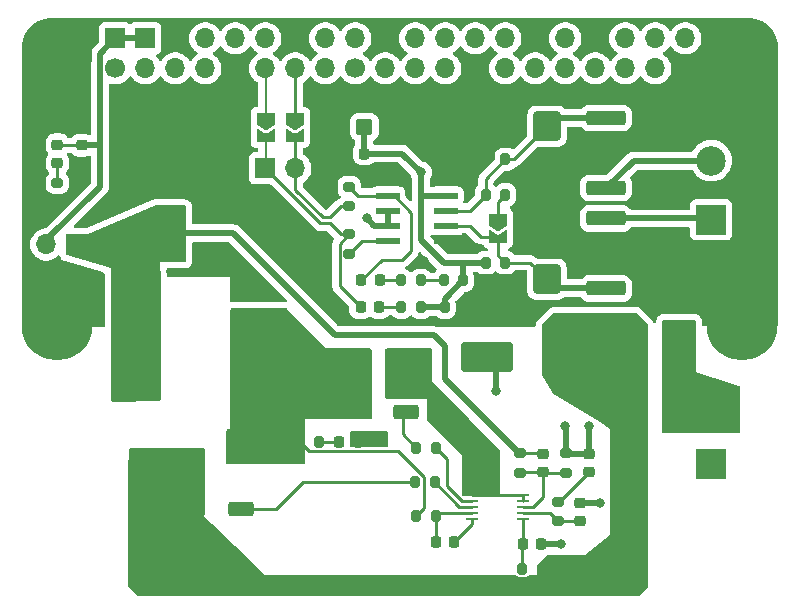
<source format=gbr>
G04 #@! TF.GenerationSoftware,KiCad,Pcbnew,8.0.7*
G04 #@! TF.CreationDate,2024-12-19T16:17:46-08:00*
G04 #@! TF.ProjectId,pi-zero-serial-hat,70692d7a-6572-46f2-9d73-657269616c2d,1.0*
G04 #@! TF.SameCoordinates,Original*
G04 #@! TF.FileFunction,Copper,L1,Top*
G04 #@! TF.FilePolarity,Positive*
%FSLAX46Y46*%
G04 Gerber Fmt 4.6, Leading zero omitted, Abs format (unit mm)*
G04 Created by KiCad (PCBNEW 8.0.7) date 2024-12-19 16:17:46*
%MOMM*%
%LPD*%
G01*
G04 APERTURE LIST*
G04 Aperture macros list*
%AMRoundRect*
0 Rectangle with rounded corners*
0 $1 Rounding radius*
0 $2 $3 $4 $5 $6 $7 $8 $9 X,Y pos of 4 corners*
0 Add a 4 corners polygon primitive as box body*
4,1,4,$2,$3,$4,$5,$6,$7,$8,$9,$2,$3,0*
0 Add four circle primitives for the rounded corners*
1,1,$1+$1,$2,$3*
1,1,$1+$1,$4,$5*
1,1,$1+$1,$6,$7*
1,1,$1+$1,$8,$9*
0 Add four rect primitives between the rounded corners*
20,1,$1+$1,$2,$3,$4,$5,0*
20,1,$1+$1,$4,$5,$6,$7,0*
20,1,$1+$1,$6,$7,$8,$9,0*
20,1,$1+$1,$8,$9,$2,$3,0*%
%AMFreePoly0*
4,1,6,1.000000,0.000000,0.500000,-0.750000,-0.500000,-0.750000,-0.500000,0.750000,0.500000,0.750000,1.000000,0.000000,1.000000,0.000000,$1*%
%AMFreePoly1*
4,1,6,0.500000,-0.750000,-0.650000,-0.750000,-0.150000,0.000000,-0.650000,0.750000,0.500000,0.750000,0.500000,-0.750000,0.500000,-0.750000,$1*%
G04 Aperture macros list end*
G04 #@! TA.AperFunction,SMDPad,CuDef*
%ADD10FreePoly0,270.000000*%
G04 #@! TD*
G04 #@! TA.AperFunction,SMDPad,CuDef*
%ADD11FreePoly1,270.000000*%
G04 #@! TD*
G04 #@! TA.AperFunction,ComponentPad*
%ADD12C,6.000000*%
G04 #@! TD*
G04 #@! TA.AperFunction,SMDPad,CuDef*
%ADD13R,1.100000X0.250000*%
G04 #@! TD*
G04 #@! TA.AperFunction,SMDPad,CuDef*
%ADD14RoundRect,0.200000X0.200000X0.275000X-0.200000X0.275000X-0.200000X-0.275000X0.200000X-0.275000X0*%
G04 #@! TD*
G04 #@! TA.AperFunction,SMDPad,CuDef*
%ADD15RoundRect,0.225000X-0.250000X0.225000X-0.250000X-0.225000X0.250000X-0.225000X0.250000X0.225000X0*%
G04 #@! TD*
G04 #@! TA.AperFunction,SMDPad,CuDef*
%ADD16RoundRect,0.250000X0.450000X0.425000X-0.450000X0.425000X-0.450000X-0.425000X0.450000X-0.425000X0*%
G04 #@! TD*
G04 #@! TA.AperFunction,SMDPad,CuDef*
%ADD17RoundRect,0.200000X0.275000X-0.200000X0.275000X0.200000X-0.275000X0.200000X-0.275000X-0.200000X0*%
G04 #@! TD*
G04 #@! TA.AperFunction,SMDPad,CuDef*
%ADD18RoundRect,0.250000X0.900000X-1.000000X0.900000X1.000000X-0.900000X1.000000X-0.900000X-1.000000X0*%
G04 #@! TD*
G04 #@! TA.AperFunction,ComponentPad*
%ADD19R,2.500000X2.500000*%
G04 #@! TD*
G04 #@! TA.AperFunction,ComponentPad*
%ADD20C,2.500000*%
G04 #@! TD*
G04 #@! TA.AperFunction,ComponentPad*
%ADD21R,1.700000X1.700000*%
G04 #@! TD*
G04 #@! TA.AperFunction,ComponentPad*
%ADD22O,1.700000X1.700000*%
G04 #@! TD*
G04 #@! TA.AperFunction,SMDPad,CuDef*
%ADD23RoundRect,0.218750X-0.218750X-0.256250X0.218750X-0.256250X0.218750X0.256250X-0.218750X0.256250X0*%
G04 #@! TD*
G04 #@! TA.AperFunction,SMDPad,CuDef*
%ADD24RoundRect,0.225000X-0.225000X-0.250000X0.225000X-0.250000X0.225000X0.250000X-0.225000X0.250000X0*%
G04 #@! TD*
G04 #@! TA.AperFunction,SMDPad,CuDef*
%ADD25RoundRect,0.200000X-0.275000X0.200000X-0.275000X-0.200000X0.275000X-0.200000X0.275000X0.200000X0*%
G04 #@! TD*
G04 #@! TA.AperFunction,SMDPad,CuDef*
%ADD26RoundRect,0.225000X0.225000X0.250000X-0.225000X0.250000X-0.225000X-0.250000X0.225000X-0.250000X0*%
G04 #@! TD*
G04 #@! TA.AperFunction,SMDPad,CuDef*
%ADD27RoundRect,0.200000X-0.200000X-0.275000X0.200000X-0.275000X0.200000X0.275000X-0.200000X0.275000X0*%
G04 #@! TD*
G04 #@! TA.AperFunction,SMDPad,CuDef*
%ADD28RoundRect,0.250000X0.850000X0.350000X-0.850000X0.350000X-0.850000X-0.350000X0.850000X-0.350000X0*%
G04 #@! TD*
G04 #@! TA.AperFunction,SMDPad,CuDef*
%ADD29RoundRect,0.250000X1.275000X1.125000X-1.275000X1.125000X-1.275000X-1.125000X1.275000X-1.125000X0*%
G04 #@! TD*
G04 #@! TA.AperFunction,SMDPad,CuDef*
%ADD30RoundRect,0.249997X2.950003X2.650003X-2.950003X2.650003X-2.950003X-2.650003X2.950003X-2.650003X0*%
G04 #@! TD*
G04 #@! TA.AperFunction,SMDPad,CuDef*
%ADD31RoundRect,0.250000X-1.000000X-0.900000X1.000000X-0.900000X1.000000X0.900000X-1.000000X0.900000X0*%
G04 #@! TD*
G04 #@! TA.AperFunction,SMDPad,CuDef*
%ADD32R,3.987800X7.010400*%
G04 #@! TD*
G04 #@! TA.AperFunction,SMDPad,CuDef*
%ADD33RoundRect,0.250000X-1.425000X0.362500X-1.425000X-0.362500X1.425000X-0.362500X1.425000X0.362500X0*%
G04 #@! TD*
G04 #@! TA.AperFunction,SMDPad,CuDef*
%ADD34RoundRect,0.250000X1.425000X-0.362500X1.425000X0.362500X-1.425000X0.362500X-1.425000X-0.362500X0*%
G04 #@! TD*
G04 #@! TA.AperFunction,SMDPad,CuDef*
%ADD35RoundRect,0.250000X1.950000X1.000000X-1.950000X1.000000X-1.950000X-1.000000X1.950000X-1.000000X0*%
G04 #@! TD*
G04 #@! TA.AperFunction,SMDPad,CuDef*
%ADD36RoundRect,0.250000X-0.900000X1.000000X-0.900000X-1.000000X0.900000X-1.000000X0.900000X1.000000X0*%
G04 #@! TD*
G04 #@! TA.AperFunction,SMDPad,CuDef*
%ADD37RoundRect,0.073750X-0.911250X-0.221250X0.911250X-0.221250X0.911250X0.221250X-0.911250X0.221250X0*%
G04 #@! TD*
G04 #@! TA.AperFunction,SMDPad,CuDef*
%ADD38RoundRect,0.250000X1.000000X-1.950000X1.000000X1.950000X-1.000000X1.950000X-1.000000X-1.950000X0*%
G04 #@! TD*
G04 #@! TA.AperFunction,SMDPad,CuDef*
%ADD39RoundRect,0.218750X0.256250X-0.218750X0.256250X0.218750X-0.256250X0.218750X-0.256250X-0.218750X0*%
G04 #@! TD*
G04 #@! TA.AperFunction,SMDPad,CuDef*
%ADD40RoundRect,0.225000X0.250000X-0.225000X0.250000X0.225000X-0.250000X0.225000X-0.250000X-0.225000X0*%
G04 #@! TD*
G04 #@! TA.AperFunction,ComponentPad*
%ADD41C,1.700000*%
G04 #@! TD*
G04 #@! TA.AperFunction,ViaPad*
%ADD42C,0.800000*%
G04 #@! TD*
G04 #@! TA.AperFunction,Conductor*
%ADD43C,0.250000*%
G04 #@! TD*
G04 #@! TA.AperFunction,Conductor*
%ADD44C,0.500000*%
G04 #@! TD*
G04 #@! TA.AperFunction,Conductor*
%ADD45C,0.200000*%
G04 #@! TD*
G04 APERTURE END LIST*
D10*
X158332000Y-108668000D03*
D11*
X158332000Y-110118000D03*
D12*
X121032000Y-94568000D03*
X179032000Y-94568000D03*
X179032000Y-117568000D03*
X121032000Y-117568000D03*
D13*
X160430750Y-133974250D03*
X160430750Y-133474250D03*
X160430750Y-132974250D03*
X160430750Y-132474250D03*
X160430750Y-131974250D03*
X156130750Y-131974250D03*
X156130750Y-132474250D03*
X156130750Y-132974250D03*
X156130750Y-133474250D03*
X156130750Y-133974250D03*
D14*
X152977000Y-130919250D03*
X151327000Y-130919250D03*
D10*
X138657000Y-100118000D03*
D11*
X138657000Y-101568000D03*
D15*
X123082000Y-102368000D03*
X123082000Y-103918000D03*
D16*
X147022000Y-100818000D03*
X144322000Y-100818000D03*
D17*
X164052000Y-130079250D03*
X164052000Y-128429250D03*
D10*
X141157000Y-100118000D03*
D11*
X141157000Y-101568000D03*
D18*
X162482000Y-113718000D03*
X162482000Y-109418000D03*
D19*
X176382000Y-129318000D03*
D20*
X176382000Y-124318000D03*
D21*
X122632000Y-110768000D03*
D22*
X120092000Y-110768000D03*
D15*
X162120750Y-128474250D03*
X162120750Y-130024250D03*
D14*
X143182000Y-127468000D03*
X141532000Y-127468000D03*
D23*
X146694500Y-116068000D03*
X148269500Y-116068000D03*
D24*
X153062000Y-135988000D03*
X154612000Y-135988000D03*
D14*
X153052000Y-133724250D03*
X151402000Y-133724250D03*
D25*
X160230750Y-128444250D03*
X160230750Y-130094250D03*
D21*
X138632000Y-104318000D03*
D22*
X141172000Y-104318000D03*
D26*
X161982000Y-136168000D03*
X160432000Y-136168000D03*
D23*
X146732000Y-113818000D03*
X148307000Y-113818000D03*
D27*
X160407000Y-138268000D03*
X162057000Y-138268000D03*
D28*
X136607000Y-133173000D03*
D29*
X131982000Y-132418000D03*
X131982000Y-129368000D03*
D30*
X130307000Y-130893000D03*
D29*
X128632000Y-132418000D03*
X128632000Y-129368000D03*
D28*
X136607000Y-128613000D03*
D31*
X169284500Y-118418000D03*
X173584500Y-118418000D03*
D27*
X157312000Y-112318000D03*
X158962000Y-112318000D03*
D17*
X121032000Y-107218000D03*
X121032000Y-105568000D03*
D26*
X146457000Y-127468000D03*
X144907000Y-127468000D03*
D27*
X153832000Y-116068000D03*
X155482000Y-116068000D03*
X150157000Y-116068000D03*
X151807000Y-116068000D03*
D32*
X137714200Y-119968000D03*
X127732000Y-119968000D03*
D33*
X167482000Y-100068000D03*
X167482000Y-105993000D03*
D34*
X167482000Y-114493000D03*
X167482000Y-108568000D03*
D27*
X157312000Y-106568000D03*
X158962000Y-106568000D03*
D28*
X150507000Y-124973000D03*
D29*
X145882000Y-124218000D03*
X145882000Y-121168000D03*
D30*
X144207000Y-122693000D03*
D29*
X142532000Y-124218000D03*
X142532000Y-121168000D03*
D28*
X150507000Y-120413000D03*
D17*
X145732000Y-107548000D03*
X145732000Y-105898000D03*
D35*
X164832000Y-120318000D03*
X157432000Y-120318000D03*
D36*
X162482000Y-100768000D03*
X162482000Y-105068000D03*
D27*
X153732000Y-113818000D03*
X155382000Y-113818000D03*
D14*
X153052000Y-127974250D03*
X151402000Y-127974250D03*
D37*
X149007000Y-106663000D03*
X149007000Y-107933000D03*
X149007000Y-109203000D03*
X149007000Y-110473000D03*
X153957000Y-110473000D03*
X153957000Y-109203000D03*
X153957000Y-107933000D03*
X153957000Y-106663000D03*
D19*
X176382000Y-108668000D03*
D20*
X176382000Y-103668000D03*
D17*
X163432000Y-134193000D03*
X163432000Y-132543000D03*
D38*
X130632000Y-109818000D03*
X130632000Y-102418000D03*
D27*
X157312000Y-103568000D03*
X158962000Y-103568000D03*
D25*
X145732000Y-109918000D03*
X145732000Y-111568000D03*
D27*
X150157000Y-113818000D03*
X151807000Y-113818000D03*
D39*
X121032000Y-103893000D03*
X121032000Y-102318000D03*
D40*
X165293250Y-134193000D03*
X165293250Y-132643000D03*
X166032000Y-130024250D03*
X166032000Y-128474250D03*
D26*
X147027000Y-103068000D03*
X145477000Y-103068000D03*
D41*
X125932000Y-95858000D03*
D21*
X125932000Y-93318000D03*
D22*
X128472000Y-95858000D03*
D21*
X128472000Y-93318000D03*
D22*
X131012000Y-95858000D03*
X131012000Y-93318000D03*
X133552000Y-95858000D03*
X133552000Y-93318000D03*
X136092000Y-95858000D03*
X136092000Y-93318000D03*
X138632000Y-95858000D03*
X138632000Y-93318000D03*
X141172000Y-95858000D03*
X141172000Y-93318000D03*
X143712000Y-95858000D03*
X143712000Y-93318000D03*
D41*
X146252000Y-95858000D03*
D22*
X146252000Y-93318000D03*
X148792000Y-95858000D03*
X148792000Y-93318000D03*
X151332000Y-95858000D03*
X151332000Y-93318000D03*
X153872000Y-95858000D03*
X153872000Y-93318000D03*
X156412000Y-95858000D03*
X156412000Y-93318000D03*
X158952000Y-95858000D03*
X158952000Y-93318000D03*
X161492000Y-95858000D03*
X161492000Y-93318000D03*
X164032000Y-95858000D03*
X164032000Y-93318000D03*
X166572000Y-95858000D03*
X166572000Y-93318000D03*
X169112000Y-95858000D03*
X169112000Y-93318000D03*
X171652000Y-95858000D03*
X171652000Y-93318000D03*
X174192000Y-95858000D03*
X174192000Y-93318000D03*
D42*
X150532000Y-122818000D03*
X163632000Y-136168000D03*
X143782000Y-105068000D03*
X157032000Y-128318000D03*
X157032000Y-129318000D03*
X148532000Y-127318000D03*
X151532000Y-121818000D03*
X164032000Y-126168000D03*
X151532000Y-122818000D03*
X156032000Y-128318000D03*
X150532000Y-121818000D03*
X158182000Y-123168000D03*
X149532000Y-121818000D03*
X135782000Y-112068000D03*
X143782000Y-106068000D03*
X143782000Y-104068000D03*
X166982000Y-132668000D03*
X155732000Y-110868000D03*
X166032000Y-126168000D03*
X152032000Y-112168000D03*
X158032000Y-129318000D03*
X156032000Y-129318000D03*
X143782000Y-103068000D03*
X147532000Y-127318000D03*
X149532000Y-122818000D03*
X151832000Y-104668000D03*
X147232000Y-108568000D03*
D43*
X158332000Y-108668000D02*
X158332000Y-107198000D01*
X158332000Y-107198000D02*
X158962000Y-106568000D01*
X158332000Y-110118000D02*
X158332000Y-111688000D01*
X158332000Y-111688000D02*
X158962000Y-112318000D01*
X153957000Y-109203000D02*
X155967000Y-109203000D01*
X155967000Y-109203000D02*
X156882000Y-110118000D01*
X156882000Y-110118000D02*
X158332000Y-110118000D01*
D44*
X151832000Y-104668000D02*
X150232000Y-103068000D01*
X150232000Y-103068000D02*
X147027000Y-103068000D01*
X153832000Y-119368000D02*
X152932000Y-118468000D01*
X120092000Y-110768000D02*
X120092000Y-110408000D01*
X135882000Y-109818000D02*
X130632000Y-109818000D01*
X125932000Y-93318000D02*
X128472000Y-93318000D01*
D43*
X160120750Y-128419250D02*
X162065750Y-128419250D01*
D44*
X120092000Y-110408000D02*
X124632000Y-105868000D01*
D43*
X123032000Y-102318000D02*
X123082000Y-102368000D01*
X123082000Y-102368000D02*
X121082000Y-102368000D01*
D44*
X152932000Y-118468000D02*
X144532000Y-118468000D01*
X160230750Y-128444250D02*
X160108250Y-128444250D01*
X144532000Y-118468000D02*
X135882000Y-109818000D01*
D43*
X162065750Y-128419250D02*
X162120750Y-128474250D01*
X121082000Y-102368000D02*
X121032000Y-102318000D01*
D44*
X125932000Y-93318000D02*
X124632000Y-94618000D01*
D43*
X127569500Y-123568000D02*
X129549800Y-123568000D01*
D44*
X124632000Y-105868000D02*
X124632000Y-102368000D01*
X124632000Y-102368000D02*
X123082000Y-102368000D01*
X160108250Y-128444250D02*
X153832000Y-122168000D01*
X124632000Y-94618000D02*
X124632000Y-102368000D01*
X153832000Y-122168000D02*
X153832000Y-119368000D01*
X166032000Y-128474250D02*
X166032000Y-126168000D01*
D43*
X160430750Y-131974250D02*
X160430750Y-132474250D01*
X156130750Y-131974250D02*
X160430750Y-131974250D01*
D44*
X164097000Y-128474250D02*
X164052000Y-128429250D01*
X164052000Y-128429250D02*
X164052000Y-126188000D01*
X163632000Y-136168000D02*
X161982000Y-136168000D01*
X166957000Y-132643000D02*
X166982000Y-132668000D01*
X165293250Y-132643000D02*
X166957000Y-132643000D01*
X166032000Y-128474250D02*
X164097000Y-128474250D01*
X158182000Y-121068000D02*
X157432000Y-120318000D01*
X164052000Y-126188000D02*
X164032000Y-126168000D01*
X158182000Y-123168000D02*
X158182000Y-121068000D01*
D43*
X149007000Y-110473000D02*
X148852000Y-110318000D01*
X149007000Y-110473000D02*
X146827000Y-110473000D01*
X146827000Y-110473000D02*
X145732000Y-111568000D01*
X148269500Y-116068000D02*
X150157000Y-116068000D01*
X151707000Y-113818000D02*
X153817000Y-113818000D01*
X149007000Y-106663000D02*
X149577000Y-106663000D01*
X150982000Y-108068000D02*
X150982000Y-111318000D01*
X146497000Y-106663000D02*
X149007000Y-106663000D01*
X150982000Y-111318000D02*
X150232000Y-112068000D01*
X145732000Y-105898000D02*
X146497000Y-106663000D01*
X149577000Y-106663000D02*
X150982000Y-108068000D01*
X148482000Y-112068000D02*
X146732000Y-113818000D01*
X150232000Y-112068000D02*
X148482000Y-112068000D01*
X148307000Y-113818000D02*
X150157000Y-113818000D01*
X148317000Y-113818000D02*
X148317000Y-113783001D01*
D44*
X169807000Y-103668000D02*
X167482000Y-105993000D01*
X176382000Y-103668000D02*
X169807000Y-103668000D01*
X167482000Y-114493000D02*
X163257000Y-114493000D01*
D43*
X161082000Y-112318000D02*
X162482000Y-113718000D01*
X154072000Y-109318000D02*
X153957000Y-109203000D01*
D44*
X163257000Y-114493000D02*
X162482000Y-113718000D01*
D43*
X158650812Y-112318000D02*
X161082000Y-112318000D01*
X154022000Y-109268000D02*
X153957000Y-109203000D01*
D44*
X167482000Y-100068000D02*
X163182000Y-100068000D01*
D43*
X155947000Y-107933000D02*
X157312000Y-106568000D01*
X158962000Y-103568000D02*
X159682000Y-103568000D01*
D44*
X163182000Y-100068000D02*
X162482000Y-100768000D01*
D43*
X159682000Y-103568000D02*
X162482000Y-100768000D01*
X157312000Y-105218000D02*
X158962000Y-103568000D01*
X162482000Y-100768000D02*
X162782000Y-100768000D01*
X157312000Y-106568000D02*
X157312000Y-105218000D01*
X153957000Y-107933000D02*
X155947000Y-107933000D01*
X162782000Y-100768000D02*
X163482000Y-100068000D01*
X141157000Y-100118000D02*
X141172000Y-100103000D01*
D44*
X141157000Y-95873000D02*
X141172000Y-95858000D01*
D43*
X141172000Y-100103000D02*
X141172000Y-95858000D01*
X141272000Y-95858000D02*
X141172000Y-95858000D01*
D45*
X138657000Y-95883000D02*
X138632000Y-95858000D01*
X138657000Y-100118000D02*
X138657000Y-95883000D01*
D43*
X138772000Y-95858000D02*
X138632000Y-95858000D01*
X160430750Y-133974250D02*
X160430750Y-136166750D01*
X160407000Y-138268000D02*
X160407000Y-136193000D01*
X160407000Y-136193000D02*
X160432000Y-136168000D01*
X160430750Y-136166750D02*
X160432000Y-136168000D01*
X160430750Y-133474250D02*
X162713250Y-133474250D01*
X163432000Y-134193000D02*
X165293250Y-134193000D01*
X162713250Y-133474250D02*
X163432000Y-134193000D01*
X163513250Y-132543000D02*
X166032000Y-130024250D01*
X163432000Y-132543000D02*
X163513250Y-132543000D01*
X153302000Y-133474250D02*
X156130750Y-133474250D01*
X153062000Y-133734250D02*
X153052000Y-133724250D01*
X153052000Y-133724250D02*
X153302000Y-133474250D01*
X153062000Y-135988000D02*
X153062000Y-133734250D01*
X156130750Y-133974250D02*
X156130750Y-134469250D01*
X156130750Y-134469250D02*
X154612000Y-135988000D01*
X121032000Y-105568000D02*
X121032000Y-103893000D01*
X139557000Y-133173000D02*
X136607000Y-133173000D01*
X141810750Y-130919250D02*
X139557000Y-133173000D01*
X151327000Y-130919250D02*
X141810750Y-130919250D01*
X150280750Y-126568000D02*
X150280750Y-125199250D01*
X150280750Y-125199250D02*
X150507000Y-124973000D01*
X150280750Y-126853000D02*
X150280750Y-126568000D01*
X151402000Y-127974250D02*
X150280750Y-126853000D01*
X155032000Y-132974250D02*
X152977000Y-130919250D01*
X156130750Y-132974250D02*
X155032000Y-132974250D01*
X155305750Y-132474250D02*
X154032000Y-131200500D01*
X154032000Y-128954250D02*
X153052000Y-127974250D01*
X154032000Y-131200500D02*
X154032000Y-128954250D01*
X156130750Y-132474250D02*
X155305750Y-132474250D01*
D44*
X149007000Y-107933000D02*
X149007000Y-109203000D01*
X147022000Y-100818000D02*
X147022000Y-103063000D01*
X155382000Y-113818000D02*
X155382000Y-112468000D01*
X151807000Y-116068000D02*
X153832000Y-116068000D01*
D43*
X155232000Y-113818000D02*
X155382000Y-113818000D01*
D44*
X153832000Y-116068000D02*
X153832000Y-115368000D01*
X151832000Y-106668000D02*
X151832000Y-104668000D01*
X149007000Y-109203000D02*
X147867000Y-109203000D01*
X153832000Y-115368000D02*
X155382000Y-113818000D01*
X147022000Y-103063000D02*
X147027000Y-103068000D01*
X155382000Y-112468000D02*
X155232000Y-112318000D01*
X147867000Y-109203000D02*
X147232000Y-108568000D01*
X151837000Y-106663000D02*
X151832000Y-106668000D01*
X155232000Y-112318000D02*
X157312000Y-112318000D01*
X151832000Y-110418000D02*
X151832000Y-106668000D01*
X155232000Y-112318000D02*
X153732000Y-112318000D01*
X153957000Y-106663000D02*
X151837000Y-106663000D01*
X153732000Y-112318000D02*
X151832000Y-110418000D01*
D43*
X144207000Y-122693000D02*
X141532000Y-125368000D01*
X142332000Y-128268000D02*
X141532000Y-127468000D01*
X151402000Y-133724250D02*
X152052000Y-133074250D01*
X149898754Y-128268000D02*
X142332000Y-128268000D01*
X152052000Y-130421246D02*
X149898754Y-128268000D01*
X152052000Y-133074250D02*
X152052000Y-130421246D01*
X144207000Y-121373000D02*
X144207000Y-122693000D01*
X143182000Y-127468000D02*
X144907000Y-127468000D01*
X162120750Y-130024250D02*
X162120750Y-132109250D01*
X160120750Y-130069250D02*
X162075750Y-130069250D01*
X164052000Y-130079250D02*
X162175750Y-130079250D01*
X162175750Y-130079250D02*
X162120750Y-130024250D01*
X161255750Y-132974250D02*
X160430750Y-132974250D01*
X163997000Y-130024250D02*
X164052000Y-130079250D01*
X162120750Y-132109250D02*
X161255750Y-132974250D01*
X162075750Y-130069250D02*
X162120750Y-130024250D01*
D44*
X138652097Y-101572903D02*
X138657000Y-101572903D01*
X138632000Y-101593000D02*
X138652097Y-101572903D01*
D43*
X144932000Y-110718000D02*
X145732000Y-109918000D01*
X145019499Y-109918000D02*
X145732000Y-109918000D01*
X143297000Y-108983000D02*
X144084499Y-108983000D01*
X138632000Y-104318000D02*
X143297000Y-108983000D01*
D45*
X138657000Y-101568000D02*
X138657000Y-104293000D01*
D43*
X146694500Y-116068000D02*
X144932000Y-114305500D01*
X144084499Y-108983000D02*
X145019499Y-109918000D01*
D45*
X138657000Y-104293000D02*
X138632000Y-104318000D01*
D43*
X139322000Y-101583000D02*
X139307000Y-101568000D01*
X144932000Y-114305500D02*
X144932000Y-110718000D01*
D44*
X138632000Y-104467950D02*
X138632000Y-104318000D01*
D43*
X144084499Y-108483000D02*
X145019499Y-107548000D01*
D45*
X145657000Y-107548000D02*
X145732000Y-107548000D01*
D43*
X141172000Y-104318000D02*
X141172000Y-101583000D01*
X141157000Y-104303000D02*
X141172000Y-104318000D01*
X143504107Y-108483000D02*
X144084499Y-108483000D01*
D44*
X141172000Y-101587903D02*
X141157000Y-101572903D01*
D43*
X145019499Y-107548000D02*
X145732000Y-107548000D01*
X141172000Y-104318000D02*
X141172000Y-106150893D01*
X141172000Y-106150893D02*
X143504107Y-108483000D01*
X141172000Y-101583000D02*
X141157000Y-101568000D01*
D44*
X167482000Y-108568000D02*
X176282000Y-108568000D01*
X176282000Y-108568000D02*
X176382000Y-108668000D01*
G04 #@! TA.AperFunction,Conductor*
G36*
X152725039Y-119587685D02*
G01*
X152770794Y-119640489D01*
X152782000Y-119692000D01*
X152782000Y-122318000D01*
X155847361Y-125516638D01*
X158497527Y-128282028D01*
X158529699Y-128344049D01*
X158532000Y-128367824D01*
X158532000Y-131944000D01*
X158512315Y-132011039D01*
X158459511Y-132056794D01*
X158408000Y-132068000D01*
X155411189Y-132068000D01*
X155344150Y-132048315D01*
X155323499Y-132031673D01*
X155318310Y-132026483D01*
X155284831Y-131965156D01*
X155282000Y-131938810D01*
X155282000Y-128568000D01*
X152318319Y-125604319D01*
X152284834Y-125542996D01*
X152282000Y-125516638D01*
X152282000Y-123818000D01*
X148906000Y-123818000D01*
X148838961Y-123798315D01*
X148793206Y-123745511D01*
X148782000Y-123694000D01*
X148782000Y-119692000D01*
X148801685Y-119624961D01*
X148854489Y-119579206D01*
X148906000Y-119568000D01*
X152658000Y-119568000D01*
X152725039Y-119587685D01*
G37*
G04 #@! TD.AperFunction*
G04 #@! TA.AperFunction,Conductor*
G36*
X131874121Y-107488002D02*
G01*
X131920614Y-107541658D01*
X131932000Y-107594000D01*
X131932000Y-112142000D01*
X131911998Y-112210121D01*
X131858342Y-112256614D01*
X131806000Y-112268000D01*
X129732000Y-112268000D01*
X129776644Y-113766762D01*
X129776700Y-113770514D01*
X129776700Y-123896784D01*
X129756698Y-123964905D01*
X129703042Y-124011398D01*
X129652100Y-124022776D01*
X125708837Y-124066590D01*
X125640498Y-124047346D01*
X125593412Y-123994210D01*
X125581438Y-123941159D01*
X125532000Y-112768000D01*
X125531999Y-112767999D01*
X121822965Y-111694331D01*
X121763092Y-111656176D01*
X121733352Y-111591709D01*
X121732000Y-111573300D01*
X121732000Y-109994000D01*
X121752002Y-109925879D01*
X121805658Y-109879386D01*
X121858000Y-109868000D01*
X123632000Y-109868000D01*
X129208228Y-107478188D01*
X129257862Y-107468000D01*
X131806000Y-107468000D01*
X131874121Y-107488002D01*
G37*
G04 #@! TD.AperFunction*
G04 #@! TA.AperFunction,Conductor*
G36*
X170047677Y-116587685D02*
G01*
X170068319Y-116604319D01*
X170995681Y-117531681D01*
X171029166Y-117593004D01*
X171032000Y-117619362D01*
X171032000Y-139716638D01*
X171012315Y-139783677D01*
X170995681Y-139804319D01*
X170268819Y-140531181D01*
X170207496Y-140564666D01*
X170181138Y-140567500D01*
X127882862Y-140567500D01*
X127815823Y-140547815D01*
X127795181Y-140531181D01*
X127068319Y-139804319D01*
X127034834Y-139742996D01*
X127032000Y-139716638D01*
X127032000Y-129019362D01*
X127051685Y-128952323D01*
X127068319Y-128931681D01*
X127995681Y-128004319D01*
X128057004Y-127970834D01*
X128083362Y-127968000D01*
X132380638Y-127968000D01*
X132447677Y-127987685D01*
X132468319Y-128004319D01*
X133395681Y-128931681D01*
X133429166Y-128993004D01*
X133432000Y-129019362D01*
X133432000Y-133768000D01*
X134152831Y-134461107D01*
X134152832Y-134461108D01*
X134152833Y-134461110D01*
X137911162Y-138074887D01*
X137911163Y-138074888D01*
X138632000Y-138768000D01*
X139632002Y-138768000D01*
X159814246Y-138768000D01*
X159881285Y-138787685D01*
X159901922Y-138804314D01*
X159968658Y-138871050D01*
X160081694Y-138928645D01*
X160081698Y-138928647D01*
X160175475Y-138943499D01*
X160175481Y-138943500D01*
X160638518Y-138943499D01*
X160732304Y-138928646D01*
X160845342Y-138871050D01*
X160935050Y-138781342D01*
X160941848Y-138768000D01*
X161632000Y-138768000D01*
X161632000Y-137918000D01*
X162445681Y-137104319D01*
X162507004Y-137070834D01*
X162533362Y-137068000D01*
X164732000Y-137068000D01*
X165732000Y-137068000D01*
X167832000Y-135368000D01*
X167832000Y-126368000D01*
X166982357Y-125840635D01*
X162908971Y-123312327D01*
X162866002Y-123267252D01*
X162047638Y-121796111D01*
X162032000Y-121735831D01*
X162032000Y-117619362D01*
X162051685Y-117552323D01*
X162068319Y-117531681D01*
X162995681Y-116604319D01*
X163057004Y-116570834D01*
X163083362Y-116568000D01*
X169980638Y-116568000D01*
X170047677Y-116587685D01*
G37*
G04 #@! TD.AperFunction*
G04 #@! TA.AperFunction,Conductor*
G36*
X140447383Y-116188002D02*
G01*
X140469012Y-116205565D01*
X143782000Y-119568000D01*
X147506000Y-119568000D01*
X147574121Y-119588002D01*
X147620614Y-119641658D01*
X147632000Y-119694000D01*
X147632000Y-125442000D01*
X147611998Y-125510121D01*
X147558342Y-125556614D01*
X147506000Y-125568000D01*
X142032000Y-125568000D01*
X142032000Y-129242000D01*
X142011998Y-129310121D01*
X141958342Y-129356614D01*
X141906000Y-129368000D01*
X135458000Y-129368000D01*
X135389879Y-129347998D01*
X135343386Y-129294342D01*
X135332000Y-129242000D01*
X135332000Y-126545600D01*
X135352002Y-126477479D01*
X135405658Y-126430986D01*
X135458000Y-126419600D01*
X135669500Y-126419600D01*
X135669500Y-116294000D01*
X135689502Y-116225879D01*
X135743158Y-116179386D01*
X135795500Y-116168000D01*
X140379262Y-116168000D01*
X140447383Y-116188002D01*
G37*
G04 #@! TD.AperFunction*
G04 #@! TA.AperFunction,Conductor*
G36*
X179535801Y-91568730D02*
G01*
X179565105Y-91570502D01*
X179825684Y-91586264D01*
X179840765Y-91588095D01*
X180122682Y-91639758D01*
X180137429Y-91643393D01*
X180411071Y-91728663D01*
X180425283Y-91734054D01*
X180686624Y-91851674D01*
X180700090Y-91858740D01*
X180945367Y-92007016D01*
X180957866Y-92015643D01*
X181183485Y-92192404D01*
X181194865Y-92202487D01*
X181397512Y-92405134D01*
X181407596Y-92416515D01*
X181584353Y-92642130D01*
X181592985Y-92654635D01*
X181733633Y-92887295D01*
X181741255Y-92899903D01*
X181748325Y-92913375D01*
X181865943Y-93174711D01*
X181871339Y-93188937D01*
X181956602Y-93462554D01*
X181960243Y-93477328D01*
X182011902Y-93759222D01*
X182013736Y-93774326D01*
X182031270Y-94064197D01*
X182031500Y-94071805D01*
X182031500Y-117544854D01*
X182011498Y-117612975D01*
X181957842Y-117659468D01*
X181905782Y-117670854D01*
X175721782Y-117684688D01*
X175653617Y-117664838D01*
X175607004Y-117611287D01*
X175595500Y-117558688D01*
X175595500Y-117292004D01*
X175595499Y-117291992D01*
X175583764Y-117182843D01*
X175572558Y-117131332D01*
X175537890Y-117027173D01*
X175458871Y-116904218D01*
X175458870Y-116904217D01*
X175458869Y-116904215D01*
X175458868Y-116904213D01*
X175413119Y-116851417D01*
X175404699Y-116844121D01*
X175302661Y-116755703D01*
X175169715Y-116694986D01*
X175102679Y-116675302D01*
X175102675Y-116675301D01*
X175102672Y-116675300D01*
X175102670Y-116675300D01*
X174958000Y-116654500D01*
X172356000Y-116654500D01*
X172355992Y-116654500D01*
X172262104Y-116664595D01*
X172246843Y-116666236D01*
X172246841Y-116666236D01*
X172246835Y-116666237D01*
X172195332Y-116677441D01*
X172091174Y-116712109D01*
X171968215Y-116791130D01*
X171968213Y-116791131D01*
X171915417Y-116836880D01*
X171819704Y-116947337D01*
X171819703Y-116947338D01*
X171758986Y-117080284D01*
X171739302Y-117147320D01*
X171739301Y-117147324D01*
X171739301Y-117147326D01*
X171739300Y-117147330D01*
X171734195Y-117182835D01*
X171718499Y-117292007D01*
X171718179Y-117296488D01*
X171716711Y-117296383D01*
X171698498Y-117358414D01*
X171644842Y-117404907D01*
X171574568Y-117415011D01*
X171509988Y-117385517D01*
X171481913Y-117350679D01*
X171449875Y-117292007D01*
X171446369Y-117285586D01*
X171358780Y-117168582D01*
X171358778Y-117168580D01*
X171358776Y-117168577D01*
X170431433Y-116241234D01*
X170431421Y-116241223D01*
X170431418Y-116241220D01*
X170390520Y-116204483D01*
X170380199Y-116196166D01*
X170369880Y-116187850D01*
X170369869Y-116187842D01*
X170325298Y-116155702D01*
X170192353Y-116094986D01*
X170125317Y-116075302D01*
X170125313Y-116075301D01*
X170125310Y-116075300D01*
X170125308Y-116075300D01*
X169980638Y-116054500D01*
X163083362Y-116054500D01*
X163083350Y-116054500D01*
X163028487Y-116057441D01*
X163028455Y-116057444D01*
X163002129Y-116060274D01*
X163002127Y-116060274D01*
X162947854Y-116069067D01*
X162810907Y-116120146D01*
X162749586Y-116153630D01*
X162632577Y-116241223D01*
X161705234Y-117168566D01*
X161668482Y-117209481D01*
X161651850Y-117230119D01*
X161651842Y-117230130D01*
X161619702Y-117274701D01*
X161558986Y-117407646D01*
X161539302Y-117474682D01*
X161539299Y-117474696D01*
X161520036Y-117608670D01*
X161490543Y-117673251D01*
X161430817Y-117711634D01*
X161395601Y-117716738D01*
X153148542Y-117735187D01*
X153123682Y-117732767D01*
X153096852Y-117727431D01*
X153079976Y-117724074D01*
X153079975Y-117724073D01*
X153061658Y-117720430D01*
X153006709Y-117709500D01*
X153006706Y-117709500D01*
X144898371Y-117709500D01*
X144830250Y-117689498D01*
X144809276Y-117672595D01*
X136365519Y-109228838D01*
X136365515Y-109228834D01*
X136241284Y-109145826D01*
X136103247Y-109088649D01*
X135995280Y-109067173D01*
X135956706Y-109059500D01*
X132571500Y-109059500D01*
X132503379Y-109039498D01*
X132456886Y-108985842D01*
X132445500Y-108933500D01*
X132445500Y-107594005D01*
X132445499Y-107593990D01*
X132442676Y-107567730D01*
X132433766Y-107484851D01*
X132422380Y-107432509D01*
X132404927Y-107380073D01*
X132387711Y-107328345D01*
X132374563Y-107307886D01*
X132308692Y-107205388D01*
X132279584Y-107171796D01*
X132264424Y-107154300D01*
X132262600Y-107152077D01*
X132151741Y-107056019D01*
X132151738Y-107056017D01*
X132018789Y-106995301D01*
X131950677Y-106975302D01*
X131950670Y-106975300D01*
X131893719Y-106967112D01*
X131806000Y-106954500D01*
X129257862Y-106954500D01*
X129231715Y-106957155D01*
X129154613Y-106964986D01*
X129154605Y-106964987D01*
X129104983Y-106975173D01*
X129005941Y-107006209D01*
X123550372Y-109344312D01*
X123500738Y-109354500D01*
X122522371Y-109354500D01*
X122454250Y-109334498D01*
X122407757Y-109280842D01*
X122397653Y-109210568D01*
X122427147Y-109145988D01*
X122433276Y-109139405D01*
X123823035Y-107749646D01*
X125221166Y-106351515D01*
X125304174Y-106227284D01*
X125361351Y-106089246D01*
X125385845Y-105966108D01*
X125390500Y-105942706D01*
X125390500Y-102293294D01*
X125390500Y-97284900D01*
X125410502Y-97216779D01*
X125464158Y-97170286D01*
X125534432Y-97160182D01*
X125557406Y-97165726D01*
X125597365Y-97179444D01*
X125819431Y-97216500D01*
X125819435Y-97216500D01*
X126044565Y-97216500D01*
X126044569Y-97216500D01*
X126266635Y-97179444D01*
X126479574Y-97106342D01*
X126677576Y-96999189D01*
X126855240Y-96860906D01*
X127007722Y-96695268D01*
X127096518Y-96559354D01*
X127150520Y-96513268D01*
X127220868Y-96503692D01*
X127285225Y-96533669D01*
X127307480Y-96559353D01*
X127340607Y-96610058D01*
X127396275Y-96695265D01*
X127396279Y-96695270D01*
X127548762Y-96860908D01*
X127603331Y-96903381D01*
X127726424Y-96999189D01*
X127924426Y-97106342D01*
X127924427Y-97106342D01*
X127924428Y-97106343D01*
X127930499Y-97108427D01*
X128137365Y-97179444D01*
X128359431Y-97216500D01*
X128359435Y-97216500D01*
X128584565Y-97216500D01*
X128584569Y-97216500D01*
X128806635Y-97179444D01*
X129019574Y-97106342D01*
X129217576Y-96999189D01*
X129395240Y-96860906D01*
X129547722Y-96695268D01*
X129636518Y-96559354D01*
X129690520Y-96513268D01*
X129760868Y-96503692D01*
X129825225Y-96533669D01*
X129847480Y-96559353D01*
X129880607Y-96610058D01*
X129936275Y-96695265D01*
X129936279Y-96695270D01*
X130088762Y-96860908D01*
X130143331Y-96903381D01*
X130266424Y-96999189D01*
X130464426Y-97106342D01*
X130464427Y-97106342D01*
X130464428Y-97106343D01*
X130470499Y-97108427D01*
X130677365Y-97179444D01*
X130899431Y-97216500D01*
X130899435Y-97216500D01*
X131124565Y-97216500D01*
X131124569Y-97216500D01*
X131346635Y-97179444D01*
X131559574Y-97106342D01*
X131757576Y-96999189D01*
X131935240Y-96860906D01*
X132087722Y-96695268D01*
X132176518Y-96559354D01*
X132230520Y-96513268D01*
X132300868Y-96503692D01*
X132365225Y-96533669D01*
X132387480Y-96559353D01*
X132420607Y-96610058D01*
X132476275Y-96695265D01*
X132476279Y-96695270D01*
X132628762Y-96860908D01*
X132683331Y-96903381D01*
X132806424Y-96999189D01*
X133004426Y-97106342D01*
X133004427Y-97106342D01*
X133004428Y-97106343D01*
X133010499Y-97108427D01*
X133217365Y-97179444D01*
X133439431Y-97216500D01*
X133439435Y-97216500D01*
X133664565Y-97216500D01*
X133664569Y-97216500D01*
X133886635Y-97179444D01*
X134099574Y-97106342D01*
X134297576Y-96999189D01*
X134475240Y-96860906D01*
X134627722Y-96695268D01*
X134750860Y-96506791D01*
X134841296Y-96300616D01*
X134896564Y-96082368D01*
X134915156Y-95858000D01*
X134896564Y-95633632D01*
X134841296Y-95415384D01*
X134750860Y-95209209D01*
X134744140Y-95198924D01*
X134627724Y-95020734D01*
X134627720Y-95020729D01*
X134475237Y-94855091D01*
X134367007Y-94770852D01*
X134297576Y-94716811D01*
X134264319Y-94698813D01*
X134213929Y-94648802D01*
X134198576Y-94579485D01*
X134223136Y-94512872D01*
X134264320Y-94477186D01*
X134297576Y-94459189D01*
X134475240Y-94320906D01*
X134627722Y-94155268D01*
X134716518Y-94019354D01*
X134770520Y-93973268D01*
X134840868Y-93963692D01*
X134905225Y-93993669D01*
X134927480Y-94019353D01*
X134956778Y-94064197D01*
X135016275Y-94155265D01*
X135016279Y-94155270D01*
X135168762Y-94320908D01*
X135223331Y-94363381D01*
X135346424Y-94459189D01*
X135544426Y-94566342D01*
X135544427Y-94566342D01*
X135544428Y-94566343D01*
X135632320Y-94596516D01*
X135757365Y-94639444D01*
X135979431Y-94676500D01*
X135979435Y-94676500D01*
X136204565Y-94676500D01*
X136204569Y-94676500D01*
X136426635Y-94639444D01*
X136639574Y-94566342D01*
X136837576Y-94459189D01*
X137015240Y-94320906D01*
X137167722Y-94155268D01*
X137256518Y-94019354D01*
X137310520Y-93973268D01*
X137380868Y-93963692D01*
X137445225Y-93993669D01*
X137467480Y-94019353D01*
X137496778Y-94064197D01*
X137556275Y-94155265D01*
X137556279Y-94155270D01*
X137708762Y-94320908D01*
X137763331Y-94363381D01*
X137886424Y-94459189D01*
X137919680Y-94477186D01*
X137970071Y-94527200D01*
X137985423Y-94596516D01*
X137960862Y-94663129D01*
X137919680Y-94698813D01*
X137886426Y-94716810D01*
X137886424Y-94716811D01*
X137708762Y-94855091D01*
X137556279Y-95020729D01*
X137556275Y-95020734D01*
X137433141Y-95209206D01*
X137342703Y-95415386D01*
X137342702Y-95415387D01*
X137287437Y-95633624D01*
X137268844Y-95858000D01*
X137287437Y-96082375D01*
X137342702Y-96300612D01*
X137342703Y-96300613D01*
X137433141Y-96506793D01*
X137556275Y-96695265D01*
X137556279Y-96695270D01*
X137708762Y-96860908D01*
X137773232Y-96911087D01*
X137886424Y-96999189D01*
X137886428Y-96999191D01*
X137886432Y-96999194D01*
X137982468Y-97051165D01*
X138032859Y-97101178D01*
X138048500Y-97161979D01*
X138048500Y-98978500D01*
X138028498Y-99046621D01*
X137974842Y-99093114D01*
X137922500Y-99104500D01*
X137907000Y-99104500D01*
X137858280Y-99107984D01*
X137833918Y-99109727D01*
X137693686Y-99150903D01*
X137693682Y-99150905D01*
X137570729Y-99229922D01*
X137475016Y-99340380D01*
X137445649Y-99404686D01*
X137414300Y-99473330D01*
X137394137Y-99613574D01*
X137393500Y-99618002D01*
X137393500Y-100618001D01*
X137397569Y-100682527D01*
X137410155Y-100728214D01*
X137413397Y-100779605D01*
X137393500Y-100918000D01*
X137393500Y-102068000D01*
X137397420Y-102122809D01*
X137398727Y-102141081D01*
X137428259Y-102241658D01*
X137439904Y-102281316D01*
X137463000Y-102317254D01*
X137513495Y-102395826D01*
X137518923Y-102404271D01*
X137629381Y-102499984D01*
X137762330Y-102560700D01*
X137907000Y-102581500D01*
X137922500Y-102581500D01*
X137990621Y-102601502D01*
X138037114Y-102655158D01*
X138048500Y-102707500D01*
X138048500Y-102833500D01*
X138028498Y-102901621D01*
X137974842Y-102948114D01*
X137922500Y-102959500D01*
X137733350Y-102959500D01*
X137672803Y-102966009D01*
X137672795Y-102966011D01*
X137535797Y-103017110D01*
X137535792Y-103017112D01*
X137418738Y-103104738D01*
X137331112Y-103221792D01*
X137331110Y-103221797D01*
X137280011Y-103358795D01*
X137280009Y-103358803D01*
X137273500Y-103419350D01*
X137273500Y-105216649D01*
X137280009Y-105277196D01*
X137280011Y-105277204D01*
X137331110Y-105414202D01*
X137331112Y-105414207D01*
X137418738Y-105531261D01*
X137535792Y-105618887D01*
X137535794Y-105618888D01*
X137535796Y-105618889D01*
X137594367Y-105640735D01*
X137672795Y-105669988D01*
X137672803Y-105669990D01*
X137733350Y-105676499D01*
X137733355Y-105676499D01*
X137733362Y-105676500D01*
X139042406Y-105676500D01*
X139110527Y-105696502D01*
X139131501Y-105713405D01*
X142893167Y-109475071D01*
X142996925Y-109544400D01*
X143112215Y-109592155D01*
X143234606Y-109616500D01*
X143359393Y-109616500D01*
X143769905Y-109616500D01*
X143838026Y-109636502D01*
X143859000Y-109653405D01*
X144398787Y-110193192D01*
X144432813Y-110255504D01*
X144427748Y-110326319D01*
X144414458Y-110352286D01*
X144370600Y-110417925D01*
X144369745Y-110419989D01*
X144322846Y-110533212D01*
X144298500Y-110655603D01*
X144298500Y-110655606D01*
X144298500Y-114243106D01*
X144298500Y-114367894D01*
X144322845Y-114490285D01*
X144370600Y-114605575D01*
X144439929Y-114709333D01*
X144439931Y-114709335D01*
X145711595Y-115980999D01*
X145745621Y-116043311D01*
X145748500Y-116070094D01*
X145748500Y-116372710D01*
X145758608Y-116471649D01*
X145758676Y-116472314D01*
X145812151Y-116633692D01*
X145901400Y-116778387D01*
X145901405Y-116778393D01*
X146021606Y-116898594D01*
X146021612Y-116898599D01*
X146021613Y-116898600D01*
X146166308Y-116987849D01*
X146327686Y-117041324D01*
X146427289Y-117051500D01*
X146961710Y-117051499D01*
X147061314Y-117041324D01*
X147222692Y-116987849D01*
X147367387Y-116898600D01*
X147392905Y-116873081D01*
X147455215Y-116839057D01*
X147526031Y-116844121D01*
X147571094Y-116873081D01*
X147596613Y-116898600D01*
X147741308Y-116987849D01*
X147902686Y-117041324D01*
X148002289Y-117051500D01*
X148536710Y-117051499D01*
X148636314Y-117041324D01*
X148797692Y-116987849D01*
X148942387Y-116898600D01*
X149062600Y-116778387D01*
X149073106Y-116761354D01*
X149125891Y-116713875D01*
X149180347Y-116701500D01*
X149274757Y-116701500D01*
X149342878Y-116721502D01*
X149382585Y-116762315D01*
X149395179Y-116783148D01*
X149395189Y-116783161D01*
X149516839Y-116904811D01*
X149516844Y-116904815D01*
X149516845Y-116904816D01*
X149664087Y-116993827D01*
X149828351Y-117045013D01*
X149899735Y-117051500D01*
X150414264Y-117051499D01*
X150485649Y-117045013D01*
X150649913Y-116993827D01*
X150797155Y-116904816D01*
X150838566Y-116863405D01*
X150892905Y-116809067D01*
X150955217Y-116775041D01*
X151026032Y-116780106D01*
X151071095Y-116809067D01*
X151166839Y-116904811D01*
X151166844Y-116904815D01*
X151166845Y-116904816D01*
X151314087Y-116993827D01*
X151478351Y-117045013D01*
X151549735Y-117051500D01*
X152064264Y-117051499D01*
X152135649Y-117045013D01*
X152299913Y-116993827D01*
X152447155Y-116904816D01*
X152488567Y-116863403D01*
X152550876Y-116829380D01*
X152577661Y-116826500D01*
X153061339Y-116826500D01*
X153129460Y-116846502D01*
X153150429Y-116863400D01*
X153191845Y-116904816D01*
X153339087Y-116993827D01*
X153503351Y-117045013D01*
X153574735Y-117051500D01*
X154089264Y-117051499D01*
X154160649Y-117045013D01*
X154324913Y-116993827D01*
X154472155Y-116904816D01*
X154593816Y-116783155D01*
X154682827Y-116635913D01*
X154734013Y-116471649D01*
X154740500Y-116400265D01*
X154740499Y-115735736D01*
X154734013Y-115664351D01*
X154726812Y-115641245D01*
X154725644Y-115570259D01*
X154758010Y-115514669D01*
X155434278Y-114838401D01*
X155496588Y-114804378D01*
X155523371Y-114801499D01*
X155639262Y-114801499D01*
X155639264Y-114801499D01*
X155710649Y-114795013D01*
X155874913Y-114743827D01*
X156022155Y-114654816D01*
X156143816Y-114533155D01*
X156232827Y-114385913D01*
X156284013Y-114221649D01*
X156290500Y-114150265D01*
X156290499Y-113485736D01*
X156284013Y-113414351D01*
X156248848Y-113301500D01*
X156230560Y-113242809D01*
X156233006Y-113242046D01*
X156224963Y-113183905D01*
X156254799Y-113119482D01*
X156314729Y-113081417D01*
X156349583Y-113076500D01*
X156541339Y-113076500D01*
X156609460Y-113096502D01*
X156630429Y-113113400D01*
X156671845Y-113154816D01*
X156819087Y-113243827D01*
X156983351Y-113295013D01*
X157054735Y-113301500D01*
X157569264Y-113301499D01*
X157640649Y-113295013D01*
X157804913Y-113243827D01*
X157952155Y-113154816D01*
X157999365Y-113107606D01*
X158047905Y-113059067D01*
X158110217Y-113025041D01*
X158181032Y-113030106D01*
X158226095Y-113059067D01*
X158321839Y-113154811D01*
X158321844Y-113154815D01*
X158321845Y-113154816D01*
X158469087Y-113243827D01*
X158633351Y-113295013D01*
X158704735Y-113301500D01*
X159219264Y-113301499D01*
X159290649Y-113295013D01*
X159454913Y-113243827D01*
X159602155Y-113154816D01*
X159723816Y-113033155D01*
X159726584Y-113028575D01*
X159736415Y-113012315D01*
X159788774Y-112964367D01*
X159844243Y-112951500D01*
X160697500Y-112951500D01*
X160765621Y-112971502D01*
X160812114Y-113025158D01*
X160823500Y-113077500D01*
X160823500Y-114768544D01*
X160834112Y-114872425D01*
X160889885Y-115040738D01*
X160982970Y-115191652D01*
X160982975Y-115191658D01*
X161108341Y-115317024D01*
X161108347Y-115317029D01*
X161108348Y-115317030D01*
X161259262Y-115410115D01*
X161427574Y-115465887D01*
X161531455Y-115476500D01*
X163432544Y-115476499D01*
X163536426Y-115465887D01*
X163704738Y-115410115D01*
X163855652Y-115317030D01*
X163866559Y-115306123D01*
X163884278Y-115288405D01*
X163946590Y-115254379D01*
X163973373Y-115251500D01*
X165339751Y-115251500D01*
X165407872Y-115271502D01*
X165446992Y-115311354D01*
X165457968Y-115329149D01*
X165457975Y-115329158D01*
X165583341Y-115454524D01*
X165583347Y-115454529D01*
X165583348Y-115454530D01*
X165734262Y-115547615D01*
X165902574Y-115603387D01*
X166006455Y-115614000D01*
X168957544Y-115613999D01*
X169061426Y-115603387D01*
X169229738Y-115547615D01*
X169380652Y-115454530D01*
X169506030Y-115329152D01*
X169599115Y-115178238D01*
X169654887Y-115009926D01*
X169665500Y-114906045D01*
X169665499Y-114079956D01*
X169654887Y-113976074D01*
X169599115Y-113807762D01*
X169506030Y-113656848D01*
X169506029Y-113656847D01*
X169506024Y-113656841D01*
X169380658Y-113531475D01*
X169380652Y-113531470D01*
X169351176Y-113513289D01*
X169229738Y-113438385D01*
X169145582Y-113410499D01*
X169061427Y-113382613D01*
X169061420Y-113382612D01*
X168957553Y-113372000D01*
X166006455Y-113372000D01*
X165902574Y-113382612D01*
X165734261Y-113438385D01*
X165583347Y-113531470D01*
X165583341Y-113531475D01*
X165457975Y-113656841D01*
X165457968Y-113656850D01*
X165446992Y-113674646D01*
X165394206Y-113722125D01*
X165339751Y-113734500D01*
X164266500Y-113734500D01*
X164198379Y-113714498D01*
X164151886Y-113660842D01*
X164140500Y-113608500D01*
X164140499Y-112667455D01*
X164129887Y-112563574D01*
X164128725Y-112560068D01*
X164074115Y-112395262D01*
X163981030Y-112244348D01*
X163981029Y-112244347D01*
X163981024Y-112244341D01*
X163855658Y-112118975D01*
X163855652Y-112118970D01*
X163807783Y-112089444D01*
X163704738Y-112025885D01*
X163620582Y-111997999D01*
X163536427Y-111970113D01*
X163536420Y-111970112D01*
X163432553Y-111959500D01*
X163432545Y-111959500D01*
X161671594Y-111959500D01*
X161603473Y-111939498D01*
X161582499Y-111922595D01*
X161485835Y-111825931D01*
X161485833Y-111825929D01*
X161382075Y-111756600D01*
X161266785Y-111708845D01*
X161193086Y-111694185D01*
X161144396Y-111684500D01*
X161144394Y-111684500D01*
X159844243Y-111684500D01*
X159776122Y-111664498D01*
X159736415Y-111623685D01*
X159723820Y-111602851D01*
X159723818Y-111602848D01*
X159723816Y-111602845D01*
X159723813Y-111602842D01*
X159723810Y-111602838D01*
X159602160Y-111481188D01*
X159602155Y-111481184D01*
X159565202Y-111458845D01*
X159454913Y-111392173D01*
X159454912Y-111392172D01*
X159454911Y-111392172D01*
X159454906Y-111392170D01*
X159290643Y-111340985D01*
X159287868Y-111340733D01*
X159286339Y-111340128D01*
X159284103Y-111339684D01*
X159284183Y-111339277D01*
X159221839Y-111314645D01*
X159180395Y-111256999D01*
X159176697Y-111186099D01*
X159211917Y-111124455D01*
X159263777Y-111094356D01*
X159295316Y-111085096D01*
X159418271Y-111006077D01*
X159513984Y-110895619D01*
X159574700Y-110762670D01*
X159595500Y-110618000D01*
X159595500Y-109468000D01*
X159588974Y-109386391D01*
X159580441Y-109359039D01*
X159576006Y-109303584D01*
X159579707Y-109277845D01*
X159595500Y-109168000D01*
X159595500Y-108168000D01*
X159594566Y-108154946D01*
X165298500Y-108154946D01*
X165298500Y-108981044D01*
X165309112Y-109084925D01*
X165364885Y-109253238D01*
X165457970Y-109404152D01*
X165457975Y-109404158D01*
X165583341Y-109529524D01*
X165583347Y-109529529D01*
X165583348Y-109529530D01*
X165734262Y-109622615D01*
X165902574Y-109678387D01*
X166006455Y-109689000D01*
X168957544Y-109688999D01*
X169061426Y-109678387D01*
X169229738Y-109622615D01*
X169380652Y-109529530D01*
X169506030Y-109404152D01*
X169517008Y-109386354D01*
X169569794Y-109338875D01*
X169624249Y-109326500D01*
X174497500Y-109326500D01*
X174565621Y-109346502D01*
X174612114Y-109400158D01*
X174623500Y-109452500D01*
X174623500Y-109966649D01*
X174630009Y-110027196D01*
X174630011Y-110027204D01*
X174681110Y-110164202D01*
X174681112Y-110164207D01*
X174768738Y-110281261D01*
X174885792Y-110368887D01*
X174885794Y-110368888D01*
X174885796Y-110368889D01*
X174944875Y-110390924D01*
X175022795Y-110419988D01*
X175022803Y-110419990D01*
X175083350Y-110426499D01*
X175083355Y-110426499D01*
X175083362Y-110426500D01*
X175083368Y-110426500D01*
X177680632Y-110426500D01*
X177680638Y-110426500D01*
X177680645Y-110426499D01*
X177680649Y-110426499D01*
X177741196Y-110419990D01*
X177741199Y-110419989D01*
X177741201Y-110419989D01*
X177878204Y-110368889D01*
X177995261Y-110281261D01*
X178000509Y-110274250D01*
X178082887Y-110164207D01*
X178082887Y-110164206D01*
X178082889Y-110164204D01*
X178133989Y-110027201D01*
X178140500Y-109966638D01*
X178140500Y-107369362D01*
X178140499Y-107369350D01*
X178133990Y-107308803D01*
X178133988Y-107308795D01*
X178082889Y-107171797D01*
X178082887Y-107171792D01*
X177995261Y-107054738D01*
X177878207Y-106967112D01*
X177878202Y-106967110D01*
X177741204Y-106916011D01*
X177741196Y-106916009D01*
X177680649Y-106909500D01*
X177680638Y-106909500D01*
X175083362Y-106909500D01*
X175083350Y-106909500D01*
X175022803Y-106916009D01*
X175022795Y-106916011D01*
X174885797Y-106967110D01*
X174885792Y-106967112D01*
X174768738Y-107054738D01*
X174681112Y-107171792D01*
X174681110Y-107171797D01*
X174630011Y-107308795D01*
X174630009Y-107308803D01*
X174623500Y-107369350D01*
X174623500Y-107683500D01*
X174603498Y-107751621D01*
X174549842Y-107798114D01*
X174497500Y-107809500D01*
X169624249Y-107809500D01*
X169556128Y-107789498D01*
X169517008Y-107749646D01*
X169506031Y-107731850D01*
X169506030Y-107731848D01*
X169506027Y-107731845D01*
X169506024Y-107731841D01*
X169380658Y-107606475D01*
X169380652Y-107606470D01*
X169360419Y-107593990D01*
X169229738Y-107513385D01*
X169143593Y-107484840D01*
X169061427Y-107457613D01*
X169061420Y-107457612D01*
X168957553Y-107447000D01*
X166006455Y-107447000D01*
X165902574Y-107457612D01*
X165734261Y-107513385D01*
X165583347Y-107606470D01*
X165583341Y-107606475D01*
X165457975Y-107731841D01*
X165457970Y-107731847D01*
X165364885Y-107882762D01*
X165309113Y-108051072D01*
X165309112Y-108051079D01*
X165298500Y-108154946D01*
X159594566Y-108154946D01*
X159590273Y-108094921D01*
X159549096Y-107954684D01*
X159470077Y-107831729D01*
X159439536Y-107805265D01*
X159352808Y-107730114D01*
X159354643Y-107727995D01*
X159317581Y-107685222D01*
X159307478Y-107614948D01*
X159336971Y-107550368D01*
X159394708Y-107512587D01*
X159454913Y-107493827D01*
X159602155Y-107404816D01*
X159723816Y-107283155D01*
X159812827Y-107135913D01*
X159864013Y-106971649D01*
X159870500Y-106900265D01*
X159870499Y-106235736D01*
X159864013Y-106164351D01*
X159812827Y-106000087D01*
X159723816Y-105852845D01*
X159723815Y-105852844D01*
X159723811Y-105852839D01*
X159602160Y-105731188D01*
X159602155Y-105731184D01*
X159500926Y-105669989D01*
X159454913Y-105642173D01*
X159454912Y-105642172D01*
X159454911Y-105642172D01*
X159454906Y-105642170D01*
X159290646Y-105590986D01*
X159238723Y-105586268D01*
X159219265Y-105584500D01*
X159219262Y-105584500D01*
X158704738Y-105584500D01*
X158633353Y-105590986D01*
X158633352Y-105590986D01*
X158469093Y-105642170D01*
X158469088Y-105642172D01*
X158321844Y-105731184D01*
X158226094Y-105826934D01*
X158163782Y-105860959D01*
X158092966Y-105855893D01*
X158047905Y-105826934D01*
X157982404Y-105761433D01*
X157948379Y-105699120D01*
X157945500Y-105672338D01*
X157945500Y-105579946D01*
X165298500Y-105579946D01*
X165298500Y-106406044D01*
X165309112Y-106509925D01*
X165364885Y-106678238D01*
X165457970Y-106829152D01*
X165457975Y-106829158D01*
X165583341Y-106954524D01*
X165583347Y-106954529D01*
X165583348Y-106954530D01*
X165734262Y-107047615D01*
X165902574Y-107103387D01*
X166006455Y-107114000D01*
X168957544Y-107113999D01*
X169061426Y-107103387D01*
X169229738Y-107047615D01*
X169380652Y-106954530D01*
X169506030Y-106829152D01*
X169599115Y-106678238D01*
X169654887Y-106509926D01*
X169665500Y-106406045D01*
X169665499Y-105579956D01*
X169664456Y-105569750D01*
X169654887Y-105476074D01*
X169638460Y-105426500D01*
X169599115Y-105307762D01*
X169514383Y-105170391D01*
X169495647Y-105101912D01*
X169516906Y-105034174D01*
X169532524Y-105015155D01*
X170084277Y-104463404D01*
X170146589Y-104429379D01*
X170173372Y-104426500D01*
X174716633Y-104426500D01*
X174784754Y-104446502D01*
X174825752Y-104489500D01*
X174924982Y-104661372D01*
X174924984Y-104661375D01*
X174924985Y-104661376D01*
X175089314Y-104867438D01*
X175282519Y-105046706D01*
X175283204Y-105047173D01*
X175500275Y-105195170D01*
X175500279Y-105195172D01*
X175500285Y-105195176D01*
X175737746Y-105309532D01*
X175737749Y-105309532D01*
X175737754Y-105309535D01*
X175989589Y-105387215D01*
X175989591Y-105387215D01*
X175989600Y-105387218D01*
X176250219Y-105426500D01*
X176250223Y-105426500D01*
X176513777Y-105426500D01*
X176513781Y-105426500D01*
X176774400Y-105387218D01*
X176989374Y-105320908D01*
X177026245Y-105309535D01*
X177026247Y-105309534D01*
X177026254Y-105309532D01*
X177263716Y-105195176D01*
X177481481Y-105046706D01*
X177674686Y-104867438D01*
X177839015Y-104661376D01*
X177935749Y-104493827D01*
X177970794Y-104433128D01*
X177970796Y-104433124D01*
X178067087Y-104187780D01*
X178125735Y-103930826D01*
X178145431Y-103668000D01*
X178125735Y-103405174D01*
X178067925Y-103151891D01*
X178067088Y-103148224D01*
X178067087Y-103148223D01*
X178067087Y-103148220D01*
X177970796Y-102902876D01*
X177970795Y-102902875D01*
X177970794Y-102902871D01*
X177839017Y-102674627D01*
X177834691Y-102669202D01*
X177674686Y-102468562D01*
X177481481Y-102289294D01*
X177469781Y-102281317D01*
X177263725Y-102140829D01*
X177263718Y-102140825D01*
X177026257Y-102026469D01*
X177026245Y-102026464D01*
X176774410Y-101948784D01*
X176774402Y-101948782D01*
X176774400Y-101948782D01*
X176513781Y-101909500D01*
X176250219Y-101909500D01*
X175989600Y-101948782D01*
X175989598Y-101948782D01*
X175989589Y-101948784D01*
X175737754Y-102026464D01*
X175737742Y-102026469D01*
X175500283Y-102140825D01*
X175500275Y-102140829D01*
X175282525Y-102289289D01*
X175282520Y-102289293D01*
X175198741Y-102367029D01*
X175089314Y-102468562D01*
X175081119Y-102478838D01*
X174924982Y-102674627D01*
X174825752Y-102846500D01*
X174774370Y-102895493D01*
X174716633Y-102909500D01*
X169732290Y-102909500D01*
X169606613Y-102934499D01*
X169606612Y-102934500D01*
X169585754Y-102938649D01*
X169585753Y-102938649D01*
X169585750Y-102938650D01*
X169447716Y-102995826D01*
X169323483Y-103078835D01*
X169323477Y-103078840D01*
X167567222Y-104835095D01*
X167504910Y-104869121D01*
X167478127Y-104872000D01*
X166006455Y-104872000D01*
X165902574Y-104882612D01*
X165734261Y-104938385D01*
X165583347Y-105031470D01*
X165583341Y-105031475D01*
X165457975Y-105156841D01*
X165457970Y-105156847D01*
X165364885Y-105307762D01*
X165309113Y-105476072D01*
X165309112Y-105476079D01*
X165298500Y-105579946D01*
X157945500Y-105579946D01*
X157945500Y-105532594D01*
X157965502Y-105464473D01*
X157982405Y-105443499D01*
X158837500Y-104588404D01*
X158899812Y-104554378D01*
X158926595Y-104551499D01*
X159219262Y-104551499D01*
X159219264Y-104551499D01*
X159290649Y-104545013D01*
X159454913Y-104493827D01*
X159602155Y-104404816D01*
X159723816Y-104283155D01*
X159748365Y-104242545D01*
X159800721Y-104194597D01*
X159831610Y-104184151D01*
X159866785Y-104177155D01*
X159982075Y-104129400D01*
X160085833Y-104060071D01*
X161582500Y-102563402D01*
X161644811Y-102529379D01*
X161671594Y-102526499D01*
X163432544Y-102526499D01*
X163536426Y-102515887D01*
X163704738Y-102460115D01*
X163855652Y-102367030D01*
X163981030Y-102241652D01*
X164074115Y-102090738D01*
X164129887Y-101922426D01*
X164138101Y-101842030D01*
X164140500Y-101818553D01*
X164140500Y-100952500D01*
X164160502Y-100884379D01*
X164214158Y-100837886D01*
X164266500Y-100826500D01*
X165339751Y-100826500D01*
X165407872Y-100846502D01*
X165446992Y-100886354D01*
X165457968Y-100904149D01*
X165457975Y-100904158D01*
X165583341Y-101029524D01*
X165583347Y-101029529D01*
X165583348Y-101029530D01*
X165734262Y-101122615D01*
X165902574Y-101178387D01*
X166006455Y-101189000D01*
X168957544Y-101188999D01*
X169061426Y-101178387D01*
X169229738Y-101122615D01*
X169380652Y-101029530D01*
X169506030Y-100904152D01*
X169599115Y-100753238D01*
X169654887Y-100584926D01*
X169665500Y-100481045D01*
X169665499Y-99654956D01*
X169664493Y-99645113D01*
X169654887Y-99551074D01*
X169644313Y-99519164D01*
X169599115Y-99382762D01*
X169506030Y-99231848D01*
X169506029Y-99231847D01*
X169506024Y-99231841D01*
X169380658Y-99106475D01*
X169380652Y-99106470D01*
X169377458Y-99104500D01*
X169229738Y-99013385D01*
X169124460Y-98978500D01*
X169061427Y-98957613D01*
X169061420Y-98957612D01*
X168957553Y-98947000D01*
X166006455Y-98947000D01*
X165902574Y-98957612D01*
X165734261Y-99013385D01*
X165583347Y-99106470D01*
X165583341Y-99106475D01*
X165457975Y-99231841D01*
X165457968Y-99231850D01*
X165446992Y-99249646D01*
X165394206Y-99297125D01*
X165339751Y-99309500D01*
X164048373Y-99309500D01*
X163980252Y-99289498D01*
X163959278Y-99272595D01*
X163855658Y-99168975D01*
X163855652Y-99168970D01*
X163826364Y-99150905D01*
X163704738Y-99075885D01*
X163568805Y-99030842D01*
X163536427Y-99020113D01*
X163536420Y-99020112D01*
X163432553Y-99009500D01*
X161531455Y-99009500D01*
X161427574Y-99020112D01*
X161259261Y-99075885D01*
X161108347Y-99168970D01*
X161108341Y-99168975D01*
X160982975Y-99294341D01*
X160982970Y-99294347D01*
X160889885Y-99445262D01*
X160834113Y-99613572D01*
X160834112Y-99613579D01*
X160823500Y-99717446D01*
X160823500Y-101478405D01*
X160803498Y-101546526D01*
X160786595Y-101567500D01*
X159684892Y-102669202D01*
X159622580Y-102703228D01*
X159551764Y-102698163D01*
X159530614Y-102687936D01*
X159454913Y-102642173D01*
X159454912Y-102642172D01*
X159454911Y-102642172D01*
X159454906Y-102642170D01*
X159290646Y-102590986D01*
X159238723Y-102586268D01*
X159219265Y-102584500D01*
X159219262Y-102584500D01*
X158704738Y-102584500D01*
X158633353Y-102590986D01*
X158633352Y-102590986D01*
X158469093Y-102642170D01*
X158469088Y-102642172D01*
X158321844Y-102731184D01*
X158321839Y-102731188D01*
X158200188Y-102852839D01*
X158200184Y-102852844D01*
X158111172Y-103000088D01*
X158111170Y-103000093D01*
X158059986Y-103164353D01*
X158053500Y-103235737D01*
X158053500Y-103528405D01*
X158033498Y-103596526D01*
X158016595Y-103617500D01*
X156908167Y-104725929D01*
X156819931Y-104814164D01*
X156819926Y-104814171D01*
X156774195Y-104882613D01*
X156750600Y-104917925D01*
X156746491Y-104927845D01*
X156703566Y-105031475D01*
X156702845Y-105033215D01*
X156700161Y-105046710D01*
X156678500Y-105155603D01*
X156678500Y-105672338D01*
X156658498Y-105740459D01*
X156641595Y-105761433D01*
X156550188Y-105852839D01*
X156550184Y-105852844D01*
X156461172Y-106000088D01*
X156461170Y-106000093D01*
X156409986Y-106164353D01*
X156403500Y-106235737D01*
X156403500Y-106528403D01*
X156383498Y-106596524D01*
X156366596Y-106617498D01*
X156197911Y-106786184D01*
X155870096Y-107114000D01*
X155721501Y-107262595D01*
X155659188Y-107296620D01*
X155632405Y-107299500D01*
X155515042Y-107299500D01*
X155446921Y-107279498D01*
X155400428Y-107225842D01*
X155390324Y-107155568D01*
X155398630Y-107125289D01*
X155435513Y-107036248D01*
X155450500Y-106922411D01*
X155450499Y-106403590D01*
X155435513Y-106289752D01*
X155376844Y-106148113D01*
X155331676Y-106089249D01*
X155283515Y-106026484D01*
X155161893Y-105933160D01*
X155161885Y-105933155D01*
X155020246Y-105874486D01*
X154946138Y-105864730D01*
X154906411Y-105859500D01*
X154906408Y-105859500D01*
X153007590Y-105859500D01*
X153007581Y-105859501D01*
X152905135Y-105872988D01*
X152893752Y-105874487D01*
X152893750Y-105874487D01*
X152893749Y-105874488D01*
X152844448Y-105894909D01*
X152796231Y-105904500D01*
X152716500Y-105904500D01*
X152648379Y-105884498D01*
X152601886Y-105830842D01*
X152590500Y-105778500D01*
X152590500Y-105204999D01*
X152607380Y-105142000D01*
X152666527Y-105039556D01*
X152725542Y-104857928D01*
X152745504Y-104668000D01*
X152725542Y-104478072D01*
X152666527Y-104296444D01*
X152571040Y-104131056D01*
X152571038Y-104131054D01*
X152571034Y-104131048D01*
X152443255Y-103989135D01*
X152288752Y-103876882D01*
X152114288Y-103799206D01*
X152051227Y-103785801D01*
X151988754Y-103752072D01*
X151988331Y-103751650D01*
X150715519Y-102478838D01*
X150715515Y-102478834D01*
X150591284Y-102395826D01*
X150453247Y-102338649D01*
X150345687Y-102317254D01*
X150345685Y-102317253D01*
X150345684Y-102317253D01*
X150306708Y-102309500D01*
X150306706Y-102309500D01*
X147906500Y-102309500D01*
X147838379Y-102289498D01*
X147791886Y-102235842D01*
X147780500Y-102183500D01*
X147780500Y-102014219D01*
X147800502Y-101946098D01*
X147840352Y-101906979D01*
X147945652Y-101842030D01*
X148071030Y-101716652D01*
X148164115Y-101565738D01*
X148219887Y-101397426D01*
X148230500Y-101293545D01*
X148230499Y-100342456D01*
X148219887Y-100238574D01*
X148164115Y-100070262D01*
X148071030Y-99919348D01*
X148071029Y-99919347D01*
X148071024Y-99919341D01*
X147945658Y-99793975D01*
X147945652Y-99793970D01*
X147794738Y-99700885D01*
X147656128Y-99654955D01*
X147626427Y-99645113D01*
X147626420Y-99645112D01*
X147522553Y-99634500D01*
X146521455Y-99634500D01*
X146417574Y-99645112D01*
X146249261Y-99700885D01*
X146098347Y-99793970D01*
X146098341Y-99793975D01*
X145972975Y-99919341D01*
X145972970Y-99919347D01*
X145879885Y-100070262D01*
X145824113Y-100238572D01*
X145824112Y-100238579D01*
X145813500Y-100342446D01*
X145813500Y-101293544D01*
X145824112Y-101397425D01*
X145879885Y-101565738D01*
X145972970Y-101716652D01*
X145972975Y-101716658D01*
X146098341Y-101842024D01*
X146098345Y-101842027D01*
X146098348Y-101842030D01*
X146203647Y-101906979D01*
X146251125Y-101959763D01*
X146263500Y-102014219D01*
X146263500Y-102266984D01*
X146243498Y-102335105D01*
X146226595Y-102356079D01*
X146222720Y-102359953D01*
X146222715Y-102359959D01*
X146132698Y-102505899D01*
X146078763Y-102668666D01*
X146068500Y-102769119D01*
X146068500Y-103366880D01*
X146068499Y-103366880D01*
X146078763Y-103467333D01*
X146078764Y-103467336D01*
X146132698Y-103630101D01*
X146207671Y-103751650D01*
X146222715Y-103776040D01*
X146222720Y-103776046D01*
X146343953Y-103897279D01*
X146343959Y-103897284D01*
X146343960Y-103897285D01*
X146489899Y-103987302D01*
X146652664Y-104041236D01*
X146672756Y-104043288D01*
X146753120Y-104051500D01*
X146753128Y-104051500D01*
X147300880Y-104051500D01*
X147373936Y-104044035D01*
X147401336Y-104041236D01*
X147564101Y-103987302D01*
X147710040Y-103897285D01*
X147743920Y-103863404D01*
X147806230Y-103829380D01*
X147833015Y-103826500D01*
X149865629Y-103826500D01*
X149933750Y-103846502D01*
X149954724Y-103863405D01*
X150911874Y-104820555D01*
X150942612Y-104870713D01*
X150997473Y-105039556D01*
X151056619Y-105142000D01*
X151073500Y-105204999D01*
X151073500Y-106959406D01*
X151053498Y-107027527D01*
X150999842Y-107074020D01*
X150929568Y-107084124D01*
X150864988Y-107054630D01*
X150858405Y-107048501D01*
X150537404Y-106727500D01*
X150503378Y-106665188D01*
X150500499Y-106638405D01*
X150500499Y-106403590D01*
X150500498Y-106403581D01*
X150493644Y-106351519D01*
X150485513Y-106289752D01*
X150426844Y-106148113D01*
X150381676Y-106089249D01*
X150333515Y-106026484D01*
X150211893Y-105933160D01*
X150211885Y-105933155D01*
X150070246Y-105874486D01*
X149996138Y-105864730D01*
X149956411Y-105859500D01*
X149956408Y-105859500D01*
X148057590Y-105859500D01*
X148057581Y-105859501D01*
X147955135Y-105872988D01*
X147943752Y-105874487D01*
X147802114Y-105933155D01*
X147802110Y-105933158D01*
X147789667Y-105942706D01*
X147710487Y-106003462D01*
X147644269Y-106029063D01*
X147633785Y-106029500D01*
X146841499Y-106029500D01*
X146773378Y-106009498D01*
X146726885Y-105955842D01*
X146715499Y-105903500D01*
X146715499Y-105640738D01*
X146710390Y-105584501D01*
X146709013Y-105569351D01*
X146672925Y-105453539D01*
X146657829Y-105405093D01*
X146657827Y-105405088D01*
X146657827Y-105405087D01*
X146568816Y-105257845D01*
X146568815Y-105257844D01*
X146568811Y-105257839D01*
X146447160Y-105136188D01*
X146447155Y-105136184D01*
X146299911Y-105047172D01*
X146299906Y-105047170D01*
X146135646Y-104995986D01*
X146083723Y-104991268D01*
X146064265Y-104989500D01*
X146064262Y-104989500D01*
X145399738Y-104989500D01*
X145328353Y-104995986D01*
X145328352Y-104995986D01*
X145164093Y-105047170D01*
X145164088Y-105047172D01*
X145016844Y-105136184D01*
X145016839Y-105136188D01*
X144895188Y-105257839D01*
X144895184Y-105257844D01*
X144806172Y-105405088D01*
X144806170Y-105405093D01*
X144754986Y-105569353D01*
X144748500Y-105640737D01*
X144748500Y-106155261D01*
X144754986Y-106226646D01*
X144754986Y-106226647D01*
X144806170Y-106390906D01*
X144806172Y-106390911D01*
X144806173Y-106390913D01*
X144823048Y-106418827D01*
X144895184Y-106538155D01*
X144895188Y-106538160D01*
X144990933Y-106633905D01*
X145024959Y-106696217D01*
X145019894Y-106767032D01*
X144990933Y-106812096D01*
X144898527Y-106904501D01*
X144840394Y-106936244D01*
X144840638Y-106937048D01*
X144836776Y-106938219D01*
X144836215Y-106938526D01*
X144834785Y-106938823D01*
X144834711Y-106938845D01*
X144800946Y-106952830D01*
X144800946Y-106952831D01*
X144747004Y-106975175D01*
X144719424Y-106986599D01*
X144615666Y-107055927D01*
X144615660Y-107055932D01*
X143883397Y-107788196D01*
X143821085Y-107822222D01*
X143750270Y-107817157D01*
X143705207Y-107788196D01*
X141842405Y-105925394D01*
X141808379Y-105863082D01*
X141805500Y-105836299D01*
X141805500Y-105594920D01*
X141825502Y-105526799D01*
X141871527Y-105484108D01*
X141917576Y-105459189D01*
X142095240Y-105320906D01*
X142247722Y-105155268D01*
X142370860Y-104966791D01*
X142461296Y-104760616D01*
X142516564Y-104542368D01*
X142535156Y-104318000D01*
X142516564Y-104093632D01*
X142490102Y-103989135D01*
X142461297Y-103875387D01*
X142461296Y-103875386D01*
X142461296Y-103875384D01*
X142370860Y-103669209D01*
X142342492Y-103625789D01*
X142247724Y-103480734D01*
X142247720Y-103480729D01*
X142095237Y-103315091D01*
X141993283Y-103235737D01*
X141917576Y-103176811D01*
X141889620Y-103161681D01*
X141871529Y-103151891D01*
X141821139Y-103101877D01*
X141805500Y-103041078D01*
X141805500Y-102706069D01*
X141825502Y-102637948D01*
X141879158Y-102591455D01*
X141922509Y-102580390D01*
X141980079Y-102576273D01*
X142120316Y-102535096D01*
X142243271Y-102456077D01*
X142338984Y-102345619D01*
X142399700Y-102212670D01*
X142420500Y-102068000D01*
X142420500Y-100918000D01*
X142413974Y-100836391D01*
X142405441Y-100809039D01*
X142401006Y-100753584D01*
X142404654Y-100728214D01*
X142420500Y-100618000D01*
X142420500Y-99618000D01*
X142415273Y-99544921D01*
X142374096Y-99404684D01*
X142295077Y-99281729D01*
X142184619Y-99186016D01*
X142051670Y-99125300D01*
X142051668Y-99125299D01*
X142051667Y-99125299D01*
X141913568Y-99105443D01*
X141848987Y-99075950D01*
X141810604Y-99016224D01*
X141805500Y-98980726D01*
X141805500Y-97134920D01*
X141825502Y-97066799D01*
X141871527Y-97024108D01*
X141917576Y-96999189D01*
X142095240Y-96860906D01*
X142247722Y-96695268D01*
X142336518Y-96559354D01*
X142390520Y-96513268D01*
X142460868Y-96503692D01*
X142525225Y-96533669D01*
X142547480Y-96559353D01*
X142580607Y-96610058D01*
X142636275Y-96695265D01*
X142636279Y-96695270D01*
X142788762Y-96860908D01*
X142843331Y-96903381D01*
X142966424Y-96999189D01*
X143164426Y-97106342D01*
X143164427Y-97106342D01*
X143164428Y-97106343D01*
X143170499Y-97108427D01*
X143377365Y-97179444D01*
X143599431Y-97216500D01*
X143599435Y-97216500D01*
X143824565Y-97216500D01*
X143824569Y-97216500D01*
X144046635Y-97179444D01*
X144259574Y-97106342D01*
X144457576Y-96999189D01*
X144635240Y-96860906D01*
X144787722Y-96695268D01*
X144876518Y-96559354D01*
X144930520Y-96513268D01*
X145000868Y-96503692D01*
X145065225Y-96533669D01*
X145087480Y-96559353D01*
X145120607Y-96610058D01*
X145176275Y-96695265D01*
X145176279Y-96695270D01*
X145328762Y-96860908D01*
X145383331Y-96903381D01*
X145506424Y-96999189D01*
X145704426Y-97106342D01*
X145704427Y-97106342D01*
X145704428Y-97106343D01*
X145710499Y-97108427D01*
X145917365Y-97179444D01*
X146139431Y-97216500D01*
X146139435Y-97216500D01*
X146364565Y-97216500D01*
X146364569Y-97216500D01*
X146586635Y-97179444D01*
X146799574Y-97106342D01*
X146997576Y-96999189D01*
X147175240Y-96860906D01*
X147327722Y-96695268D01*
X147416518Y-96559354D01*
X147470520Y-96513268D01*
X147540868Y-96503692D01*
X147605225Y-96533669D01*
X147627480Y-96559353D01*
X147660607Y-96610058D01*
X147716275Y-96695265D01*
X147716279Y-96695270D01*
X147868762Y-96860908D01*
X147923331Y-96903381D01*
X148046424Y-96999189D01*
X148244426Y-97106342D01*
X148244427Y-97106342D01*
X148244428Y-97106343D01*
X148250499Y-97108427D01*
X148457365Y-97179444D01*
X148679431Y-97216500D01*
X148679435Y-97216500D01*
X148904565Y-97216500D01*
X148904569Y-97216500D01*
X149126635Y-97179444D01*
X149339574Y-97106342D01*
X149537576Y-96999189D01*
X149715240Y-96860906D01*
X149867722Y-96695268D01*
X149956518Y-96559354D01*
X150010520Y-96513268D01*
X150080868Y-96503692D01*
X150145225Y-96533669D01*
X150167480Y-96559353D01*
X150200607Y-96610058D01*
X150256275Y-96695265D01*
X150256279Y-96695270D01*
X150408762Y-96860908D01*
X150463331Y-96903381D01*
X150586424Y-96999189D01*
X150784426Y-97106342D01*
X150784427Y-97106342D01*
X150784428Y-97106343D01*
X150790499Y-97108427D01*
X150997365Y-97179444D01*
X151219431Y-97216500D01*
X151219435Y-97216500D01*
X151444565Y-97216500D01*
X151444569Y-97216500D01*
X151666635Y-97179444D01*
X151879574Y-97106342D01*
X152077576Y-96999189D01*
X152255240Y-96860906D01*
X152407722Y-96695268D01*
X152496518Y-96559354D01*
X152550520Y-96513268D01*
X152620868Y-96503692D01*
X152685225Y-96533669D01*
X152707480Y-96559353D01*
X152740607Y-96610058D01*
X152796275Y-96695265D01*
X152796279Y-96695270D01*
X152948762Y-96860908D01*
X153003331Y-96903381D01*
X153126424Y-96999189D01*
X153324426Y-97106342D01*
X153324427Y-97106342D01*
X153324428Y-97106343D01*
X153330499Y-97108427D01*
X153537365Y-97179444D01*
X153759431Y-97216500D01*
X153759435Y-97216500D01*
X153984565Y-97216500D01*
X153984569Y-97216500D01*
X154206635Y-97179444D01*
X154419574Y-97106342D01*
X154617576Y-96999189D01*
X154795240Y-96860906D01*
X154947722Y-96695268D01*
X155070860Y-96506791D01*
X155161296Y-96300616D01*
X155216564Y-96082368D01*
X155235156Y-95858000D01*
X155216564Y-95633632D01*
X155161296Y-95415384D01*
X155070860Y-95209209D01*
X155064140Y-95198924D01*
X154947724Y-95020734D01*
X154947720Y-95020729D01*
X154795237Y-94855091D01*
X154687007Y-94770852D01*
X154617576Y-94716811D01*
X154584319Y-94698813D01*
X154533929Y-94648802D01*
X154518576Y-94579485D01*
X154543136Y-94512872D01*
X154584320Y-94477186D01*
X154617576Y-94459189D01*
X154795240Y-94320906D01*
X154947722Y-94155268D01*
X155036518Y-94019354D01*
X155090520Y-93973268D01*
X155160868Y-93963692D01*
X155225225Y-93993669D01*
X155247480Y-94019353D01*
X155276778Y-94064197D01*
X155336275Y-94155265D01*
X155336279Y-94155270D01*
X155488762Y-94320908D01*
X155543331Y-94363381D01*
X155666424Y-94459189D01*
X155864426Y-94566342D01*
X155864427Y-94566342D01*
X155864428Y-94566343D01*
X155952320Y-94596516D01*
X156077365Y-94639444D01*
X156299431Y-94676500D01*
X156299435Y-94676500D01*
X156524565Y-94676500D01*
X156524569Y-94676500D01*
X156746635Y-94639444D01*
X156959574Y-94566342D01*
X157157576Y-94459189D01*
X157335240Y-94320906D01*
X157487722Y-94155268D01*
X157576518Y-94019354D01*
X157630520Y-93973268D01*
X157700868Y-93963692D01*
X157765225Y-93993669D01*
X157787480Y-94019353D01*
X157816778Y-94064197D01*
X157876275Y-94155265D01*
X157876279Y-94155270D01*
X158028762Y-94320908D01*
X158083331Y-94363381D01*
X158206424Y-94459189D01*
X158239680Y-94477186D01*
X158290071Y-94527200D01*
X158305423Y-94596516D01*
X158280862Y-94663129D01*
X158239680Y-94698813D01*
X158206426Y-94716810D01*
X158206424Y-94716811D01*
X158028762Y-94855091D01*
X157876279Y-95020729D01*
X157876275Y-95020734D01*
X157753141Y-95209206D01*
X157662703Y-95415386D01*
X157662702Y-95415387D01*
X157607437Y-95633624D01*
X157588844Y-95858000D01*
X157607437Y-96082375D01*
X157662702Y-96300612D01*
X157662703Y-96300613D01*
X157753141Y-96506793D01*
X157876275Y-96695265D01*
X157876279Y-96695270D01*
X158028762Y-96860908D01*
X158083331Y-96903381D01*
X158206424Y-96999189D01*
X158404426Y-97106342D01*
X158404427Y-97106342D01*
X158404428Y-97106343D01*
X158410499Y-97108427D01*
X158617365Y-97179444D01*
X158839431Y-97216500D01*
X158839435Y-97216500D01*
X159064565Y-97216500D01*
X159064569Y-97216500D01*
X159286635Y-97179444D01*
X159499574Y-97106342D01*
X159697576Y-96999189D01*
X159875240Y-96860906D01*
X160027722Y-96695268D01*
X160116518Y-96559354D01*
X160170520Y-96513268D01*
X160240868Y-96503692D01*
X160305225Y-96533669D01*
X160327480Y-96559353D01*
X160360607Y-96610058D01*
X160416275Y-96695265D01*
X160416279Y-96695270D01*
X160568762Y-96860908D01*
X160623331Y-96903381D01*
X160746424Y-96999189D01*
X160944426Y-97106342D01*
X160944427Y-97106342D01*
X160944428Y-97106343D01*
X160950499Y-97108427D01*
X161157365Y-97179444D01*
X161379431Y-97216500D01*
X161379435Y-97216500D01*
X161604565Y-97216500D01*
X161604569Y-97216500D01*
X161826635Y-97179444D01*
X162039574Y-97106342D01*
X162237576Y-96999189D01*
X162415240Y-96860906D01*
X162567722Y-96695268D01*
X162656518Y-96559354D01*
X162710520Y-96513268D01*
X162780868Y-96503692D01*
X162845225Y-96533669D01*
X162867480Y-96559353D01*
X162900607Y-96610058D01*
X162956275Y-96695265D01*
X162956279Y-96695270D01*
X163108762Y-96860908D01*
X163163331Y-96903381D01*
X163286424Y-96999189D01*
X163484426Y-97106342D01*
X163484427Y-97106342D01*
X163484428Y-97106343D01*
X163490499Y-97108427D01*
X163697365Y-97179444D01*
X163919431Y-97216500D01*
X163919435Y-97216500D01*
X164144565Y-97216500D01*
X164144569Y-97216500D01*
X164366635Y-97179444D01*
X164579574Y-97106342D01*
X164777576Y-96999189D01*
X164955240Y-96860906D01*
X165107722Y-96695268D01*
X165196518Y-96559354D01*
X165250520Y-96513268D01*
X165320868Y-96503692D01*
X165385225Y-96533669D01*
X165407480Y-96559353D01*
X165440607Y-96610058D01*
X165496275Y-96695265D01*
X165496279Y-96695270D01*
X165648762Y-96860908D01*
X165703331Y-96903381D01*
X165826424Y-96999189D01*
X166024426Y-97106342D01*
X166024427Y-97106342D01*
X166024428Y-97106343D01*
X166030499Y-97108427D01*
X166237365Y-97179444D01*
X166459431Y-97216500D01*
X166459435Y-97216500D01*
X166684565Y-97216500D01*
X166684569Y-97216500D01*
X166906635Y-97179444D01*
X167119574Y-97106342D01*
X167317576Y-96999189D01*
X167495240Y-96860906D01*
X167647722Y-96695268D01*
X167736518Y-96559354D01*
X167790520Y-96513268D01*
X167860868Y-96503692D01*
X167925225Y-96533669D01*
X167947480Y-96559353D01*
X167980607Y-96610058D01*
X168036275Y-96695265D01*
X168036279Y-96695270D01*
X168188762Y-96860908D01*
X168243331Y-96903381D01*
X168366424Y-96999189D01*
X168564426Y-97106342D01*
X168564427Y-97106342D01*
X168564428Y-97106343D01*
X168570499Y-97108427D01*
X168777365Y-97179444D01*
X168999431Y-97216500D01*
X168999435Y-97216500D01*
X169224565Y-97216500D01*
X169224569Y-97216500D01*
X169446635Y-97179444D01*
X169659574Y-97106342D01*
X169857576Y-96999189D01*
X170035240Y-96860906D01*
X170187722Y-96695268D01*
X170276518Y-96559354D01*
X170330520Y-96513268D01*
X170400868Y-96503692D01*
X170465225Y-96533669D01*
X170487480Y-96559353D01*
X170520607Y-96610058D01*
X170576275Y-96695265D01*
X170576279Y-96695270D01*
X170728762Y-96860908D01*
X170783331Y-96903381D01*
X170906424Y-96999189D01*
X171104426Y-97106342D01*
X171104427Y-97106342D01*
X171104428Y-97106343D01*
X171110499Y-97108427D01*
X171317365Y-97179444D01*
X171539431Y-97216500D01*
X171539435Y-97216500D01*
X171764565Y-97216500D01*
X171764569Y-97216500D01*
X171986635Y-97179444D01*
X172199574Y-97106342D01*
X172397576Y-96999189D01*
X172575240Y-96860906D01*
X172727722Y-96695268D01*
X172850860Y-96506791D01*
X172941296Y-96300616D01*
X172996564Y-96082368D01*
X173015156Y-95858000D01*
X172996564Y-95633632D01*
X172941296Y-95415384D01*
X172850860Y-95209209D01*
X172844140Y-95198924D01*
X172727724Y-95020734D01*
X172727720Y-95020729D01*
X172575237Y-94855091D01*
X172467007Y-94770852D01*
X172397576Y-94716811D01*
X172364319Y-94698813D01*
X172313929Y-94648802D01*
X172298576Y-94579485D01*
X172323136Y-94512872D01*
X172364320Y-94477186D01*
X172397576Y-94459189D01*
X172575240Y-94320906D01*
X172727722Y-94155268D01*
X172816518Y-94019354D01*
X172870520Y-93973268D01*
X172940868Y-93963692D01*
X173005225Y-93993669D01*
X173027480Y-94019353D01*
X173056778Y-94064197D01*
X173116275Y-94155265D01*
X173116279Y-94155270D01*
X173268762Y-94320908D01*
X173323331Y-94363381D01*
X173446424Y-94459189D01*
X173644426Y-94566342D01*
X173644427Y-94566342D01*
X173644428Y-94566343D01*
X173732320Y-94596516D01*
X173857365Y-94639444D01*
X174079431Y-94676500D01*
X174079435Y-94676500D01*
X174304565Y-94676500D01*
X174304569Y-94676500D01*
X174526635Y-94639444D01*
X174739574Y-94566342D01*
X174937576Y-94459189D01*
X175115240Y-94320906D01*
X175267722Y-94155268D01*
X175390860Y-93966791D01*
X175481296Y-93760616D01*
X175536564Y-93542368D01*
X175555156Y-93318000D01*
X175536564Y-93093632D01*
X175490917Y-92913375D01*
X175481297Y-92875387D01*
X175481296Y-92875386D01*
X175481296Y-92875384D01*
X175390860Y-92669209D01*
X175377083Y-92648122D01*
X175267724Y-92480734D01*
X175267720Y-92480729D01*
X175115237Y-92315091D01*
X174995367Y-92221792D01*
X174937576Y-92176811D01*
X174739574Y-92069658D01*
X174739572Y-92069657D01*
X174739571Y-92069656D01*
X174526639Y-91996557D01*
X174526630Y-91996555D01*
X174482476Y-91989187D01*
X174304569Y-91959500D01*
X174079431Y-91959500D01*
X173931211Y-91984233D01*
X173857369Y-91996555D01*
X173857360Y-91996557D01*
X173644428Y-92069656D01*
X173644426Y-92069658D01*
X173446426Y-92176810D01*
X173446424Y-92176811D01*
X173268762Y-92315091D01*
X173116279Y-92480729D01*
X173027483Y-92616643D01*
X172973479Y-92662731D01*
X172903131Y-92672306D01*
X172838774Y-92642329D01*
X172816517Y-92616643D01*
X172727720Y-92480729D01*
X172575237Y-92315091D01*
X172455367Y-92221792D01*
X172397576Y-92176811D01*
X172199574Y-92069658D01*
X172199572Y-92069657D01*
X172199571Y-92069656D01*
X171986639Y-91996557D01*
X171986630Y-91996555D01*
X171942476Y-91989187D01*
X171764569Y-91959500D01*
X171539431Y-91959500D01*
X171391211Y-91984233D01*
X171317369Y-91996555D01*
X171317360Y-91996557D01*
X171104428Y-92069656D01*
X171104426Y-92069658D01*
X170906426Y-92176810D01*
X170906424Y-92176811D01*
X170728762Y-92315091D01*
X170576279Y-92480729D01*
X170487483Y-92616643D01*
X170433479Y-92662731D01*
X170363131Y-92672306D01*
X170298774Y-92642329D01*
X170276517Y-92616643D01*
X170187720Y-92480729D01*
X170035237Y-92315091D01*
X169915367Y-92221792D01*
X169857576Y-92176811D01*
X169659574Y-92069658D01*
X169659572Y-92069657D01*
X169659571Y-92069656D01*
X169446639Y-91996557D01*
X169446630Y-91996555D01*
X169402476Y-91989187D01*
X169224569Y-91959500D01*
X168999431Y-91959500D01*
X168851211Y-91984233D01*
X168777369Y-91996555D01*
X168777360Y-91996557D01*
X168564428Y-92069656D01*
X168564426Y-92069658D01*
X168366426Y-92176810D01*
X168366424Y-92176811D01*
X168188762Y-92315091D01*
X168036279Y-92480729D01*
X168036275Y-92480734D01*
X167913141Y-92669206D01*
X167822703Y-92875386D01*
X167822702Y-92875387D01*
X167767437Y-93093624D01*
X167767436Y-93093630D01*
X167767436Y-93093632D01*
X167748844Y-93318000D01*
X167761425Y-93469830D01*
X167767437Y-93542375D01*
X167822702Y-93760612D01*
X167822703Y-93760613D01*
X167913141Y-93966793D01*
X168036275Y-94155265D01*
X168036279Y-94155270D01*
X168188762Y-94320908D01*
X168243331Y-94363381D01*
X168366424Y-94459189D01*
X168399680Y-94477186D01*
X168450071Y-94527200D01*
X168465423Y-94596516D01*
X168440862Y-94663129D01*
X168399680Y-94698813D01*
X168366426Y-94716810D01*
X168366424Y-94716811D01*
X168188762Y-94855091D01*
X168036279Y-95020729D01*
X167947483Y-95156643D01*
X167893479Y-95202731D01*
X167823131Y-95212306D01*
X167758774Y-95182329D01*
X167736517Y-95156643D01*
X167647720Y-95020729D01*
X167495237Y-94855091D01*
X167387007Y-94770852D01*
X167317576Y-94716811D01*
X167119574Y-94609658D01*
X167119572Y-94609657D01*
X167119571Y-94609656D01*
X166906639Y-94536557D01*
X166906630Y-94536555D01*
X166850567Y-94527200D01*
X166684569Y-94499500D01*
X166459431Y-94499500D01*
X166311211Y-94524233D01*
X166237369Y-94536555D01*
X166237360Y-94536557D01*
X166024428Y-94609656D01*
X166024426Y-94609658D01*
X165826432Y-94716807D01*
X165826426Y-94716810D01*
X165826424Y-94716811D01*
X165648762Y-94855091D01*
X165496279Y-95020729D01*
X165407483Y-95156643D01*
X165353479Y-95202731D01*
X165283131Y-95212306D01*
X165218774Y-95182329D01*
X165196517Y-95156643D01*
X165107720Y-95020729D01*
X164955237Y-94855091D01*
X164847007Y-94770852D01*
X164777576Y-94716811D01*
X164744319Y-94698813D01*
X164693929Y-94648802D01*
X164678576Y-94579485D01*
X164703136Y-94512872D01*
X164744320Y-94477186D01*
X164777576Y-94459189D01*
X164955240Y-94320906D01*
X165107722Y-94155268D01*
X165230860Y-93966791D01*
X165321296Y-93760616D01*
X165376564Y-93542368D01*
X165395156Y-93318000D01*
X165376564Y-93093632D01*
X165330917Y-92913375D01*
X165321297Y-92875387D01*
X165321296Y-92875386D01*
X165321296Y-92875384D01*
X165230860Y-92669209D01*
X165217083Y-92648122D01*
X165107724Y-92480734D01*
X165107720Y-92480729D01*
X164955237Y-92315091D01*
X164835367Y-92221792D01*
X164777576Y-92176811D01*
X164579574Y-92069658D01*
X164579572Y-92069657D01*
X164579571Y-92069656D01*
X164366639Y-91996557D01*
X164366630Y-91996555D01*
X164322476Y-91989187D01*
X164144569Y-91959500D01*
X163919431Y-91959500D01*
X163771211Y-91984233D01*
X163697369Y-91996555D01*
X163697360Y-91996557D01*
X163484428Y-92069656D01*
X163484426Y-92069658D01*
X163286426Y-92176810D01*
X163286424Y-92176811D01*
X163108762Y-92315091D01*
X162956279Y-92480729D01*
X162956275Y-92480734D01*
X162833141Y-92669206D01*
X162742703Y-92875386D01*
X162742702Y-92875387D01*
X162687437Y-93093624D01*
X162687436Y-93093630D01*
X162687436Y-93093632D01*
X162668844Y-93318000D01*
X162681425Y-93469830D01*
X162687437Y-93542375D01*
X162742702Y-93760612D01*
X162742703Y-93760613D01*
X162833141Y-93966793D01*
X162956275Y-94155265D01*
X162956279Y-94155270D01*
X163108762Y-94320908D01*
X163163331Y-94363381D01*
X163286424Y-94459189D01*
X163319680Y-94477186D01*
X163370071Y-94527200D01*
X163385423Y-94596516D01*
X163360862Y-94663129D01*
X163319680Y-94698813D01*
X163286426Y-94716810D01*
X163286424Y-94716811D01*
X163108762Y-94855091D01*
X162956279Y-95020729D01*
X162867483Y-95156643D01*
X162813479Y-95202731D01*
X162743131Y-95212306D01*
X162678774Y-95182329D01*
X162656517Y-95156643D01*
X162567720Y-95020729D01*
X162415237Y-94855091D01*
X162307007Y-94770852D01*
X162237576Y-94716811D01*
X162039574Y-94609658D01*
X162039572Y-94609657D01*
X162039571Y-94609656D01*
X161826639Y-94536557D01*
X161826630Y-94536555D01*
X161770567Y-94527200D01*
X161604569Y-94499500D01*
X161379431Y-94499500D01*
X161231211Y-94524233D01*
X161157369Y-94536555D01*
X161157360Y-94536557D01*
X160944428Y-94609656D01*
X160944426Y-94609658D01*
X160746432Y-94716807D01*
X160746426Y-94716810D01*
X160746424Y-94716811D01*
X160568762Y-94855091D01*
X160416279Y-95020729D01*
X160327483Y-95156643D01*
X160273479Y-95202731D01*
X160203131Y-95212306D01*
X160138774Y-95182329D01*
X160116517Y-95156643D01*
X160027720Y-95020729D01*
X159875237Y-94855091D01*
X159767007Y-94770852D01*
X159697576Y-94716811D01*
X159664319Y-94698813D01*
X159613929Y-94648802D01*
X159598576Y-94579485D01*
X159623136Y-94512872D01*
X159664320Y-94477186D01*
X159697576Y-94459189D01*
X159875240Y-94320906D01*
X160027722Y-94155268D01*
X160150860Y-93966791D01*
X160241296Y-93760616D01*
X160296564Y-93542368D01*
X160315156Y-93318000D01*
X160296564Y-93093632D01*
X160250917Y-92913375D01*
X160241297Y-92875387D01*
X160241296Y-92875386D01*
X160241296Y-92875384D01*
X160150860Y-92669209D01*
X160137083Y-92648122D01*
X160027724Y-92480734D01*
X160027720Y-92480729D01*
X159875237Y-92315091D01*
X159755367Y-92221792D01*
X159697576Y-92176811D01*
X159499574Y-92069658D01*
X159499572Y-92069657D01*
X159499571Y-92069656D01*
X159286639Y-91996557D01*
X159286630Y-91996555D01*
X159242476Y-91989187D01*
X159064569Y-91959500D01*
X158839431Y-91959500D01*
X158691211Y-91984233D01*
X158617369Y-91996555D01*
X158617360Y-91996557D01*
X158404428Y-92069656D01*
X158404426Y-92069658D01*
X158206426Y-92176810D01*
X158206424Y-92176811D01*
X158028762Y-92315091D01*
X157876279Y-92480729D01*
X157787483Y-92616643D01*
X157733479Y-92662731D01*
X157663131Y-92672306D01*
X157598774Y-92642329D01*
X157576517Y-92616643D01*
X157487720Y-92480729D01*
X157335237Y-92315091D01*
X157215367Y-92221792D01*
X157157576Y-92176811D01*
X156959574Y-92069658D01*
X156959572Y-92069657D01*
X156959571Y-92069656D01*
X156746639Y-91996557D01*
X156746630Y-91996555D01*
X156702476Y-91989187D01*
X156524569Y-91959500D01*
X156299431Y-91959500D01*
X156151211Y-91984233D01*
X156077369Y-91996555D01*
X156077360Y-91996557D01*
X155864428Y-92069656D01*
X155864426Y-92069658D01*
X155666426Y-92176810D01*
X155666424Y-92176811D01*
X155488762Y-92315091D01*
X155336279Y-92480729D01*
X155247483Y-92616643D01*
X155193479Y-92662731D01*
X155123131Y-92672306D01*
X155058774Y-92642329D01*
X155036517Y-92616643D01*
X154947720Y-92480729D01*
X154795237Y-92315091D01*
X154675367Y-92221792D01*
X154617576Y-92176811D01*
X154419574Y-92069658D01*
X154419572Y-92069657D01*
X154419571Y-92069656D01*
X154206639Y-91996557D01*
X154206630Y-91996555D01*
X154162476Y-91989187D01*
X153984569Y-91959500D01*
X153759431Y-91959500D01*
X153611211Y-91984233D01*
X153537369Y-91996555D01*
X153537360Y-91996557D01*
X153324428Y-92069656D01*
X153324426Y-92069658D01*
X153126426Y-92176810D01*
X153126424Y-92176811D01*
X152948762Y-92315091D01*
X152796279Y-92480729D01*
X152707483Y-92616643D01*
X152653479Y-92662731D01*
X152583131Y-92672306D01*
X152518774Y-92642329D01*
X152496517Y-92616643D01*
X152407720Y-92480729D01*
X152255237Y-92315091D01*
X152135367Y-92221792D01*
X152077576Y-92176811D01*
X151879574Y-92069658D01*
X151879572Y-92069657D01*
X151879571Y-92069656D01*
X151666639Y-91996557D01*
X151666630Y-91996555D01*
X151622476Y-91989187D01*
X151444569Y-91959500D01*
X151219431Y-91959500D01*
X151071211Y-91984233D01*
X150997369Y-91996555D01*
X150997360Y-91996557D01*
X150784428Y-92069656D01*
X150784426Y-92069658D01*
X150586426Y-92176810D01*
X150586424Y-92176811D01*
X150408762Y-92315091D01*
X150256279Y-92480729D01*
X150256275Y-92480734D01*
X150133141Y-92669206D01*
X150042703Y-92875386D01*
X150042702Y-92875387D01*
X149987437Y-93093624D01*
X149987436Y-93093630D01*
X149987436Y-93093632D01*
X149968844Y-93318000D01*
X149981425Y-93469830D01*
X149987437Y-93542375D01*
X150042702Y-93760612D01*
X150042703Y-93760613D01*
X150133141Y-93966793D01*
X150256275Y-94155265D01*
X150256279Y-94155270D01*
X150408762Y-94320908D01*
X150463331Y-94363381D01*
X150586424Y-94459189D01*
X150619680Y-94477186D01*
X150670071Y-94527200D01*
X150685423Y-94596516D01*
X150660862Y-94663129D01*
X150619680Y-94698813D01*
X150586426Y-94716810D01*
X150586424Y-94716811D01*
X150408762Y-94855091D01*
X150256279Y-95020729D01*
X150167483Y-95156643D01*
X150113479Y-95202731D01*
X150043131Y-95212306D01*
X149978774Y-95182329D01*
X149956517Y-95156643D01*
X149867720Y-95020729D01*
X149715237Y-94855091D01*
X149607007Y-94770852D01*
X149537576Y-94716811D01*
X149339574Y-94609658D01*
X149339572Y-94609657D01*
X149339571Y-94609656D01*
X149126639Y-94536557D01*
X149126630Y-94536555D01*
X149070567Y-94527200D01*
X148904569Y-94499500D01*
X148679431Y-94499500D01*
X148531211Y-94524233D01*
X148457369Y-94536555D01*
X148457360Y-94536557D01*
X148244428Y-94609656D01*
X148244426Y-94609658D01*
X148046432Y-94716807D01*
X148046426Y-94716810D01*
X148046424Y-94716811D01*
X147868762Y-94855091D01*
X147716279Y-95020729D01*
X147627483Y-95156643D01*
X147573479Y-95202731D01*
X147503131Y-95212306D01*
X147438774Y-95182329D01*
X147416517Y-95156643D01*
X147327720Y-95020729D01*
X147175237Y-94855091D01*
X147067007Y-94770852D01*
X146997576Y-94716811D01*
X146964319Y-94698813D01*
X146913929Y-94648802D01*
X146898576Y-94579485D01*
X146923136Y-94512872D01*
X146964320Y-94477186D01*
X146997576Y-94459189D01*
X147175240Y-94320906D01*
X147327722Y-94155268D01*
X147450860Y-93966791D01*
X147541296Y-93760616D01*
X147596564Y-93542368D01*
X147615156Y-93318000D01*
X147596564Y-93093632D01*
X147550917Y-92913375D01*
X147541297Y-92875387D01*
X147541296Y-92875386D01*
X147541296Y-92875384D01*
X147450860Y-92669209D01*
X147437083Y-92648122D01*
X147327724Y-92480734D01*
X147327720Y-92480729D01*
X147175237Y-92315091D01*
X147055367Y-92221792D01*
X146997576Y-92176811D01*
X146799574Y-92069658D01*
X146799572Y-92069657D01*
X146799571Y-92069656D01*
X146586639Y-91996557D01*
X146586630Y-91996555D01*
X146542476Y-91989187D01*
X146364569Y-91959500D01*
X146139431Y-91959500D01*
X145991211Y-91984233D01*
X145917369Y-91996555D01*
X145917360Y-91996557D01*
X145704428Y-92069656D01*
X145704426Y-92069658D01*
X145506426Y-92176810D01*
X145506424Y-92176811D01*
X145328762Y-92315091D01*
X145176279Y-92480729D01*
X145087483Y-92616643D01*
X145033479Y-92662731D01*
X144963131Y-92672306D01*
X144898774Y-92642329D01*
X144876517Y-92616643D01*
X144787720Y-92480729D01*
X144635237Y-92315091D01*
X144515367Y-92221792D01*
X144457576Y-92176811D01*
X144259574Y-92069658D01*
X144259572Y-92069657D01*
X144259571Y-92069656D01*
X144046639Y-91996557D01*
X144046630Y-91996555D01*
X144002476Y-91989187D01*
X143824569Y-91959500D01*
X143599431Y-91959500D01*
X143451211Y-91984233D01*
X143377369Y-91996555D01*
X143377360Y-91996557D01*
X143164428Y-92069656D01*
X143164426Y-92069658D01*
X142966426Y-92176810D01*
X142966424Y-92176811D01*
X142788762Y-92315091D01*
X142636279Y-92480729D01*
X142636275Y-92480734D01*
X142513141Y-92669206D01*
X142422703Y-92875386D01*
X142422702Y-92875387D01*
X142367437Y-93093624D01*
X142367436Y-93093630D01*
X142367436Y-93093632D01*
X142348844Y-93318000D01*
X142361425Y-93469830D01*
X142367437Y-93542375D01*
X142422702Y-93760612D01*
X142422703Y-93760613D01*
X142513141Y-93966793D01*
X142636275Y-94155265D01*
X142636279Y-94155270D01*
X142788762Y-94320908D01*
X142843331Y-94363381D01*
X142966424Y-94459189D01*
X142999680Y-94477186D01*
X143050071Y-94527200D01*
X143065423Y-94596516D01*
X143040862Y-94663129D01*
X142999680Y-94698813D01*
X142966426Y-94716810D01*
X142966424Y-94716811D01*
X142788762Y-94855091D01*
X142636279Y-95020729D01*
X142547483Y-95156643D01*
X142493479Y-95202731D01*
X142423131Y-95212306D01*
X142358774Y-95182329D01*
X142336517Y-95156643D01*
X142247720Y-95020729D01*
X142095237Y-94855091D01*
X141987007Y-94770852D01*
X141917576Y-94716811D01*
X141719574Y-94609658D01*
X141719572Y-94609657D01*
X141719571Y-94609656D01*
X141506639Y-94536557D01*
X141506630Y-94536555D01*
X141450567Y-94527200D01*
X141284569Y-94499500D01*
X141059431Y-94499500D01*
X140911211Y-94524233D01*
X140837369Y-94536555D01*
X140837360Y-94536557D01*
X140624428Y-94609656D01*
X140624426Y-94609658D01*
X140426432Y-94716807D01*
X140426426Y-94716810D01*
X140426424Y-94716811D01*
X140248762Y-94855091D01*
X140096279Y-95020729D01*
X140007483Y-95156643D01*
X139953479Y-95202731D01*
X139883131Y-95212306D01*
X139818774Y-95182329D01*
X139796517Y-95156643D01*
X139707720Y-95020729D01*
X139555237Y-94855091D01*
X139447007Y-94770852D01*
X139377576Y-94716811D01*
X139344319Y-94698813D01*
X139293929Y-94648802D01*
X139278576Y-94579485D01*
X139303136Y-94512872D01*
X139344320Y-94477186D01*
X139377576Y-94459189D01*
X139555240Y-94320906D01*
X139707722Y-94155268D01*
X139830860Y-93966791D01*
X139921296Y-93760616D01*
X139976564Y-93542368D01*
X139995156Y-93318000D01*
X139976564Y-93093632D01*
X139930917Y-92913375D01*
X139921297Y-92875387D01*
X139921296Y-92875386D01*
X139921296Y-92875384D01*
X139830860Y-92669209D01*
X139817083Y-92648122D01*
X139707724Y-92480734D01*
X139707720Y-92480729D01*
X139555237Y-92315091D01*
X139435367Y-92221792D01*
X139377576Y-92176811D01*
X139179574Y-92069658D01*
X139179572Y-92069657D01*
X139179571Y-92069656D01*
X138966639Y-91996557D01*
X138966630Y-91996555D01*
X138922476Y-91989187D01*
X138744569Y-91959500D01*
X138519431Y-91959500D01*
X138371211Y-91984233D01*
X138297369Y-91996555D01*
X138297360Y-91996557D01*
X138084428Y-92069656D01*
X138084426Y-92069658D01*
X137886426Y-92176810D01*
X137886424Y-92176811D01*
X137708762Y-92315091D01*
X137556279Y-92480729D01*
X137467483Y-92616643D01*
X137413479Y-92662731D01*
X137343131Y-92672306D01*
X137278774Y-92642329D01*
X137256517Y-92616643D01*
X137167720Y-92480729D01*
X137015237Y-92315091D01*
X136895367Y-92221792D01*
X136837576Y-92176811D01*
X136639574Y-92069658D01*
X136639572Y-92069657D01*
X136639571Y-92069656D01*
X136426639Y-91996557D01*
X136426630Y-91996555D01*
X136382476Y-91989187D01*
X136204569Y-91959500D01*
X135979431Y-91959500D01*
X135831211Y-91984233D01*
X135757369Y-91996555D01*
X135757360Y-91996557D01*
X135544428Y-92069656D01*
X135544426Y-92069658D01*
X135346426Y-92176810D01*
X135346424Y-92176811D01*
X135168762Y-92315091D01*
X135016279Y-92480729D01*
X134927483Y-92616643D01*
X134873479Y-92662731D01*
X134803131Y-92672306D01*
X134738774Y-92642329D01*
X134716517Y-92616643D01*
X134627720Y-92480729D01*
X134475237Y-92315091D01*
X134355367Y-92221792D01*
X134297576Y-92176811D01*
X134099574Y-92069658D01*
X134099572Y-92069657D01*
X134099571Y-92069656D01*
X133886639Y-91996557D01*
X133886630Y-91996555D01*
X133842476Y-91989187D01*
X133664569Y-91959500D01*
X133439431Y-91959500D01*
X133291211Y-91984233D01*
X133217369Y-91996555D01*
X133217360Y-91996557D01*
X133004428Y-92069656D01*
X133004426Y-92069658D01*
X132806426Y-92176810D01*
X132806424Y-92176811D01*
X132628762Y-92315091D01*
X132476279Y-92480729D01*
X132476275Y-92480734D01*
X132353141Y-92669206D01*
X132262703Y-92875386D01*
X132262702Y-92875387D01*
X132207437Y-93093624D01*
X132207436Y-93093630D01*
X132207436Y-93093632D01*
X132188844Y-93318000D01*
X132201425Y-93469830D01*
X132207437Y-93542375D01*
X132262702Y-93760612D01*
X132262703Y-93760613D01*
X132353141Y-93966793D01*
X132476275Y-94155265D01*
X132476279Y-94155270D01*
X132628762Y-94320908D01*
X132683331Y-94363381D01*
X132806424Y-94459189D01*
X132839680Y-94477186D01*
X132890071Y-94527200D01*
X132905423Y-94596516D01*
X132880862Y-94663129D01*
X132839680Y-94698813D01*
X132806426Y-94716810D01*
X132806424Y-94716811D01*
X132628762Y-94855091D01*
X132476279Y-95020729D01*
X132387483Y-95156643D01*
X132333479Y-95202731D01*
X132263131Y-95212306D01*
X132198774Y-95182329D01*
X132176517Y-95156643D01*
X132087720Y-95020729D01*
X131935237Y-94855091D01*
X131827007Y-94770852D01*
X131757576Y-94716811D01*
X131559574Y-94609658D01*
X131559572Y-94609657D01*
X131559571Y-94609656D01*
X131346639Y-94536557D01*
X131346630Y-94536555D01*
X131290567Y-94527200D01*
X131124569Y-94499500D01*
X130899431Y-94499500D01*
X130751211Y-94524233D01*
X130677369Y-94536555D01*
X130677360Y-94536557D01*
X130464428Y-94609656D01*
X130464426Y-94609658D01*
X130266432Y-94716807D01*
X130266426Y-94716810D01*
X130266424Y-94716811D01*
X130088762Y-94855091D01*
X129936279Y-95020729D01*
X129847483Y-95156643D01*
X129793479Y-95202731D01*
X129723131Y-95212306D01*
X129658774Y-95182329D01*
X129636517Y-95156643D01*
X129547720Y-95020729D01*
X129404524Y-94865179D01*
X129373103Y-94801514D01*
X129381090Y-94730968D01*
X129425948Y-94675939D01*
X129453183Y-94661789D01*
X129568204Y-94618889D01*
X129620842Y-94579485D01*
X129685261Y-94531261D01*
X129772887Y-94414207D01*
X129772887Y-94414206D01*
X129772889Y-94414204D01*
X129823989Y-94277201D01*
X129825977Y-94258716D01*
X129830499Y-94216649D01*
X129830500Y-94216632D01*
X129830500Y-92419367D01*
X129830499Y-92419350D01*
X129823990Y-92358803D01*
X129823988Y-92358795D01*
X129772889Y-92221797D01*
X129772887Y-92221792D01*
X129685261Y-92104738D01*
X129568207Y-92017112D01*
X129568202Y-92017110D01*
X129431204Y-91966011D01*
X129431196Y-91966009D01*
X129370649Y-91959500D01*
X129370638Y-91959500D01*
X127573362Y-91959500D01*
X127573350Y-91959500D01*
X127512803Y-91966009D01*
X127512795Y-91966011D01*
X127375797Y-92017110D01*
X127375792Y-92017112D01*
X127277509Y-92090687D01*
X127210989Y-92115498D01*
X127141615Y-92100407D01*
X127126491Y-92090687D01*
X127028207Y-92017112D01*
X127028202Y-92017110D01*
X126891204Y-91966011D01*
X126891196Y-91966009D01*
X126830649Y-91959500D01*
X126830638Y-91959500D01*
X125033362Y-91959500D01*
X125033350Y-91959500D01*
X124972803Y-91966009D01*
X124972795Y-91966011D01*
X124835797Y-92017110D01*
X124835792Y-92017112D01*
X124718738Y-92104738D01*
X124631112Y-92221792D01*
X124631110Y-92221797D01*
X124580011Y-92358795D01*
X124580009Y-92358803D01*
X124573500Y-92419350D01*
X124573500Y-93551629D01*
X124553498Y-93619750D01*
X124536595Y-93640724D01*
X124042838Y-94134480D01*
X124042833Y-94134486D01*
X123959826Y-94258715D01*
X123911530Y-94375314D01*
X123902650Y-94396750D01*
X123902649Y-94396754D01*
X123873500Y-94543290D01*
X123873500Y-101389435D01*
X123853498Y-101457556D01*
X123799842Y-101504049D01*
X123729568Y-101514153D01*
X123681354Y-101496676D01*
X123644101Y-101473698D01*
X123481336Y-101419764D01*
X123481333Y-101419763D01*
X123380880Y-101409500D01*
X123380872Y-101409500D01*
X122783128Y-101409500D01*
X122783120Y-101409500D01*
X122682666Y-101419763D01*
X122519899Y-101473698D01*
X122373959Y-101563715D01*
X122373953Y-101563720D01*
X122252719Y-101684954D01*
X122251383Y-101686645D01*
X122250169Y-101687504D01*
X122247525Y-101690149D01*
X122247073Y-101689697D01*
X122193444Y-101727677D01*
X122152543Y-101734500D01*
X121988058Y-101734500D01*
X121919937Y-101714498D01*
X121880818Y-101674648D01*
X121862601Y-101645115D01*
X121862600Y-101645113D01*
X121862597Y-101645110D01*
X121862594Y-101645106D01*
X121742393Y-101524905D01*
X121742387Y-101524900D01*
X121597692Y-101435651D01*
X121436314Y-101382176D01*
X121436311Y-101382175D01*
X121436309Y-101382175D01*
X121336719Y-101372000D01*
X120727289Y-101372000D01*
X120627690Y-101382175D01*
X120627687Y-101382175D01*
X120627686Y-101382176D01*
X120547723Y-101408672D01*
X120466307Y-101435651D01*
X120321612Y-101524900D01*
X120321606Y-101524905D01*
X120201405Y-101645106D01*
X120201400Y-101645112D01*
X120112151Y-101789807D01*
X120102626Y-101818553D01*
X120062439Y-101939832D01*
X120058675Y-101951190D01*
X120048500Y-102050780D01*
X120048500Y-102585210D01*
X120057026Y-102668664D01*
X120058676Y-102684814D01*
X120086612Y-102769119D01*
X120112151Y-102846192D01*
X120201400Y-102990887D01*
X120201405Y-102990893D01*
X120226917Y-103016405D01*
X120260943Y-103078717D01*
X120255878Y-103149532D01*
X120226917Y-103194595D01*
X120201405Y-103220106D01*
X120201400Y-103220112D01*
X120112151Y-103364807D01*
X120058675Y-103526190D01*
X120048500Y-103625780D01*
X120048500Y-104160210D01*
X120056912Y-104242547D01*
X120058676Y-104259814D01*
X120077957Y-104318000D01*
X120112151Y-104421192D01*
X120201400Y-104565887D01*
X120201405Y-104565893D01*
X120290175Y-104654663D01*
X120324201Y-104716975D01*
X120319136Y-104787790D01*
X120290175Y-104832853D01*
X120195188Y-104927839D01*
X120195184Y-104927844D01*
X120106172Y-105075088D01*
X120106170Y-105075093D01*
X120054986Y-105239353D01*
X120048500Y-105310737D01*
X120048500Y-105825261D01*
X120054986Y-105896646D01*
X120054986Y-105896647D01*
X120106170Y-106060906D01*
X120106172Y-106060911D01*
X120195184Y-106208155D01*
X120195188Y-106208160D01*
X120316839Y-106329811D01*
X120316844Y-106329815D01*
X120316845Y-106329816D01*
X120464087Y-106418827D01*
X120628351Y-106470013D01*
X120699735Y-106476500D01*
X121364264Y-106476499D01*
X121435649Y-106470013D01*
X121599913Y-106418827D01*
X121747155Y-106329816D01*
X121868816Y-106208155D01*
X121957827Y-106060913D01*
X122009013Y-105896649D01*
X122015500Y-105825265D01*
X122015499Y-105310736D01*
X122009013Y-105239351D01*
X121957827Y-105075087D01*
X121868816Y-104927845D01*
X121868815Y-104927844D01*
X121868811Y-104927839D01*
X121773825Y-104832853D01*
X121739799Y-104770541D01*
X121744864Y-104699726D01*
X121773825Y-104654663D01*
X121862594Y-104565893D01*
X121862600Y-104565887D01*
X121951849Y-104421192D01*
X122005324Y-104259814D01*
X122015500Y-104160211D01*
X122015499Y-103625790D01*
X122005324Y-103526186D01*
X121951849Y-103364808D01*
X121862600Y-103220113D01*
X121862599Y-103220112D01*
X121862594Y-103220106D01*
X121859083Y-103216595D01*
X121825057Y-103154283D01*
X121830122Y-103083468D01*
X121872669Y-103026632D01*
X121939189Y-103001821D01*
X121948178Y-103001500D01*
X122152543Y-103001500D01*
X122220664Y-103021502D01*
X122247521Y-103045854D01*
X122247525Y-103045851D01*
X122247588Y-103045914D01*
X122251383Y-103049355D01*
X122252719Y-103051045D01*
X122373953Y-103172279D01*
X122373959Y-103172284D01*
X122373960Y-103172285D01*
X122519899Y-103262302D01*
X122682664Y-103316236D01*
X122702756Y-103318288D01*
X122783120Y-103326500D01*
X122783128Y-103326500D01*
X123380880Y-103326500D01*
X123453936Y-103319035D01*
X123481336Y-103316236D01*
X123644101Y-103262302D01*
X123681356Y-103239322D01*
X123749830Y-103220586D01*
X123817569Y-103241844D01*
X123863062Y-103296350D01*
X123873500Y-103346564D01*
X123873500Y-105501629D01*
X123853498Y-105569750D01*
X123836595Y-105590724D01*
X120053947Y-109373371D01*
X119991635Y-109407397D01*
X119984540Y-109408459D01*
X119984571Y-109408643D01*
X119979435Y-109409500D01*
X119979431Y-109409500D01*
X119829959Y-109434442D01*
X119757369Y-109446555D01*
X119757360Y-109446557D01*
X119544428Y-109519656D01*
X119544426Y-109519658D01*
X119354180Y-109622614D01*
X119346426Y-109626810D01*
X119346424Y-109626811D01*
X119168762Y-109765091D01*
X119016279Y-109930729D01*
X119016275Y-109930734D01*
X118893141Y-110119206D01*
X118802703Y-110325386D01*
X118802702Y-110325387D01*
X118747437Y-110543624D01*
X118747436Y-110543630D01*
X118747436Y-110543632D01*
X118728844Y-110768000D01*
X118734090Y-110831314D01*
X118747437Y-110992375D01*
X118802702Y-111210612D01*
X118802703Y-111210613D01*
X118802704Y-111210616D01*
X118877175Y-111380394D01*
X118893141Y-111416793D01*
X119016275Y-111605265D01*
X119016279Y-111605270D01*
X119168762Y-111770908D01*
X119214897Y-111806816D01*
X119346424Y-111909189D01*
X119544426Y-112016342D01*
X119544427Y-112016342D01*
X119544428Y-112016343D01*
X119656227Y-112054723D01*
X119757365Y-112089444D01*
X119979431Y-112126500D01*
X119979435Y-112126500D01*
X120204565Y-112126500D01*
X120204569Y-112126500D01*
X120426635Y-112089444D01*
X120639574Y-112016342D01*
X120837576Y-111909189D01*
X121015240Y-111770906D01*
X121047266Y-111736115D01*
X121108117Y-111699545D01*
X121179082Y-111701678D01*
X121237628Y-111741839D01*
X121260725Y-111785489D01*
X121267071Y-111806800D01*
X121267077Y-111806816D01*
X121296814Y-111871275D01*
X121296816Y-111871279D01*
X121360869Y-111970113D01*
X121376304Y-111993928D01*
X121376307Y-111993932D01*
X121454200Y-112060906D01*
X121487129Y-112089219D01*
X121547002Y-112127374D01*
X121656297Y-112176783D01*
X121680177Y-112187579D01*
X121680178Y-112187579D01*
X121680182Y-112187581D01*
X124917317Y-113124646D01*
X124929657Y-113128218D01*
X124989530Y-113166373D01*
X125019270Y-113230840D01*
X125020621Y-113248691D01*
X125040192Y-117671793D01*
X125020491Y-117740002D01*
X124967042Y-117786732D01*
X124914475Y-117798351D01*
X118158782Y-117813465D01*
X118090617Y-117793615D01*
X118044004Y-117740064D01*
X118032500Y-117687465D01*
X118032500Y-94071805D01*
X118032730Y-94064198D01*
X118048432Y-93804606D01*
X118050264Y-93774313D01*
X118052095Y-93759236D01*
X118103759Y-93477313D01*
X118107392Y-93462573D01*
X118192665Y-93188922D01*
X118198052Y-93174721D01*
X118315678Y-92913366D01*
X118322736Y-92899916D01*
X118471021Y-92654624D01*
X118479637Y-92642140D01*
X118656411Y-92416505D01*
X118666479Y-92405142D01*
X118869142Y-92202479D01*
X118880505Y-92192411D01*
X119106140Y-92015637D01*
X119118624Y-92007021D01*
X119363916Y-91858736D01*
X119377366Y-91851678D01*
X119638721Y-91734052D01*
X119652922Y-91728665D01*
X119926573Y-91643392D01*
X119941313Y-91639759D01*
X120223236Y-91588095D01*
X120238313Y-91586264D01*
X120500890Y-91570381D01*
X120528199Y-91568730D01*
X120535806Y-91568500D01*
X120597892Y-91568500D01*
X179466108Y-91568500D01*
X179528194Y-91568500D01*
X179535801Y-91568730D01*
G37*
G04 #@! TD.AperFunction*
G04 #@! TA.AperFunction,Conductor*
G36*
X135583750Y-110596502D02*
G01*
X135604724Y-110613405D01*
X140430724Y-115439405D01*
X140464750Y-115501717D01*
X140459685Y-115572532D01*
X140417138Y-115629368D01*
X140350618Y-115654179D01*
X140341629Y-115654500D01*
X135795500Y-115654500D01*
X135727379Y-115634498D01*
X135680886Y-115580842D01*
X135669500Y-115528500D01*
X135669500Y-113516400D01*
X130405217Y-113516400D01*
X130337096Y-113496398D01*
X130290603Y-113442742D01*
X130279273Y-113394152D01*
X130264888Y-112911252D01*
X130282853Y-112842566D01*
X130335100Y-112794496D01*
X130390832Y-112781500D01*
X131805994Y-112781500D01*
X131806000Y-112781500D01*
X131915149Y-112769766D01*
X131915158Y-112769764D01*
X131915159Y-112769764D01*
X131931303Y-112766251D01*
X131967491Y-112758380D01*
X132071657Y-112723710D01*
X132194612Y-112644692D01*
X132245721Y-112600405D01*
X132247924Y-112598598D01*
X132343980Y-112487741D01*
X132343982Y-112487739D01*
X132404698Y-112354790D01*
X132424700Y-112286669D01*
X132445500Y-112142000D01*
X132445500Y-110702500D01*
X132465502Y-110634379D01*
X132519158Y-110587886D01*
X132571500Y-110576500D01*
X135515629Y-110576500D01*
X135583750Y-110596502D01*
G37*
G04 #@! TD.AperFunction*
G04 #@! TA.AperFunction,Conductor*
G36*
X151773783Y-111437998D02*
G01*
X151798583Y-111457264D01*
X153121878Y-112780559D01*
X153155904Y-112842871D01*
X153150839Y-112913686D01*
X153108292Y-112970522D01*
X153097969Y-112977482D01*
X153091841Y-112981186D01*
X152970189Y-113102838D01*
X152970179Y-113102851D01*
X152957585Y-113123685D01*
X152905226Y-113171633D01*
X152849757Y-113184500D01*
X152689243Y-113184500D01*
X152621122Y-113164498D01*
X152581415Y-113123685D01*
X152568820Y-113102851D01*
X152568818Y-113102848D01*
X152568816Y-113102845D01*
X152568813Y-113102842D01*
X152568810Y-113102838D01*
X152447160Y-112981188D01*
X152447155Y-112981184D01*
X152329422Y-112910012D01*
X152299913Y-112892173D01*
X152299912Y-112892172D01*
X152299911Y-112892172D01*
X152299906Y-112892170D01*
X152135646Y-112840986D01*
X152083723Y-112836268D01*
X152064265Y-112834500D01*
X152064262Y-112834500D01*
X151549738Y-112834500D01*
X151478353Y-112840986D01*
X151478352Y-112840986D01*
X151314093Y-112892170D01*
X151314088Y-112892172D01*
X151166844Y-112981184D01*
X151166839Y-112981188D01*
X151071095Y-113076933D01*
X151008783Y-113110959D01*
X150937968Y-113105894D01*
X150892905Y-113076933D01*
X150797160Y-112981188D01*
X150797155Y-112981184D01*
X150679422Y-112910012D01*
X150649913Y-112892173D01*
X150649912Y-112892172D01*
X150649911Y-112892172D01*
X150649906Y-112892170D01*
X150552256Y-112861742D01*
X150493170Y-112822380D01*
X150464744Y-112757323D01*
X150476004Y-112687224D01*
X150523374Y-112634342D01*
X150530346Y-112630324D01*
X150532066Y-112629403D01*
X150532075Y-112629400D01*
X150635833Y-112560071D01*
X151474071Y-111721833D01*
X151543400Y-111618075D01*
X151591155Y-111502785D01*
X151591155Y-111502784D01*
X151593079Y-111498140D01*
X151637628Y-111442860D01*
X151704991Y-111420439D01*
X151773783Y-111437998D01*
G37*
G04 #@! TD.AperFunction*
G04 #@! TA.AperFunction,Conductor*
G36*
X155720527Y-109856502D02*
G01*
X155741501Y-109873405D01*
X156389929Y-110521833D01*
X156478167Y-110610071D01*
X156581925Y-110679400D01*
X156697215Y-110727155D01*
X156819606Y-110751500D01*
X156997478Y-110751500D01*
X157065599Y-110771502D01*
X157112092Y-110825158D01*
X157112092Y-110825159D01*
X157114902Y-110831314D01*
X157156229Y-110895619D01*
X157193923Y-110954271D01*
X157304381Y-111049984D01*
X157400515Y-111093887D01*
X157454170Y-111140379D01*
X157474172Y-111208500D01*
X157454170Y-111276620D01*
X157400515Y-111323113D01*
X157348172Y-111334500D01*
X157054738Y-111334500D01*
X156983353Y-111340986D01*
X156983352Y-111340986D01*
X156819093Y-111392170D01*
X156819088Y-111392172D01*
X156671844Y-111481184D01*
X156654889Y-111498140D01*
X156630432Y-111522596D01*
X156568124Y-111556620D01*
X156541339Y-111559500D01*
X154098371Y-111559500D01*
X154030250Y-111539498D01*
X154009276Y-111522595D01*
X152632261Y-110145580D01*
X152598235Y-110083268D01*
X152603300Y-110012453D01*
X152645847Y-109955617D01*
X152712367Y-109930806D01*
X152769571Y-109940075D01*
X152893752Y-109991513D01*
X153007589Y-110006500D01*
X154906410Y-110006499D01*
X155020248Y-109991513D01*
X155161887Y-109932844D01*
X155253512Y-109862537D01*
X155319731Y-109836937D01*
X155330215Y-109836500D01*
X155652406Y-109836500D01*
X155720527Y-109856502D01*
G37*
G04 #@! TD.AperFunction*
G04 #@! TA.AperFunction,Conductor*
G36*
X148975039Y-126587685D02*
G01*
X149020794Y-126640489D01*
X149032000Y-126692000D01*
X149032000Y-127818500D01*
X149012315Y-127885539D01*
X148959511Y-127931294D01*
X148908000Y-127942500D01*
X145906000Y-127942500D01*
X145838961Y-127922815D01*
X145793206Y-127870011D01*
X145782000Y-127818500D01*
X145782000Y-126692000D01*
X145801685Y-126624961D01*
X145854489Y-126579206D01*
X145906000Y-126568000D01*
X148908000Y-126568000D01*
X148975039Y-126587685D01*
G37*
G04 #@! TD.AperFunction*
G04 #@! TA.AperFunction,Conductor*
G36*
X175025039Y-117187685D02*
G01*
X175070794Y-117240489D01*
X175082000Y-117292000D01*
X175082000Y-121568000D01*
X175081999Y-121568000D01*
X176624648Y-122061647D01*
X178745793Y-122740413D01*
X178803643Y-122779593D01*
X178831128Y-122843830D01*
X178832000Y-122858514D01*
X178832000Y-126644000D01*
X178812315Y-126711039D01*
X178759511Y-126756794D01*
X178708000Y-126768000D01*
X172356000Y-126768000D01*
X172288961Y-126748315D01*
X172243206Y-126695511D01*
X172232000Y-126644000D01*
X172232000Y-117292000D01*
X172251685Y-117224961D01*
X172304489Y-117179206D01*
X172356000Y-117168000D01*
X174958000Y-117168000D01*
X175025039Y-117187685D01*
G37*
G04 #@! TD.AperFunction*
M02*

</source>
